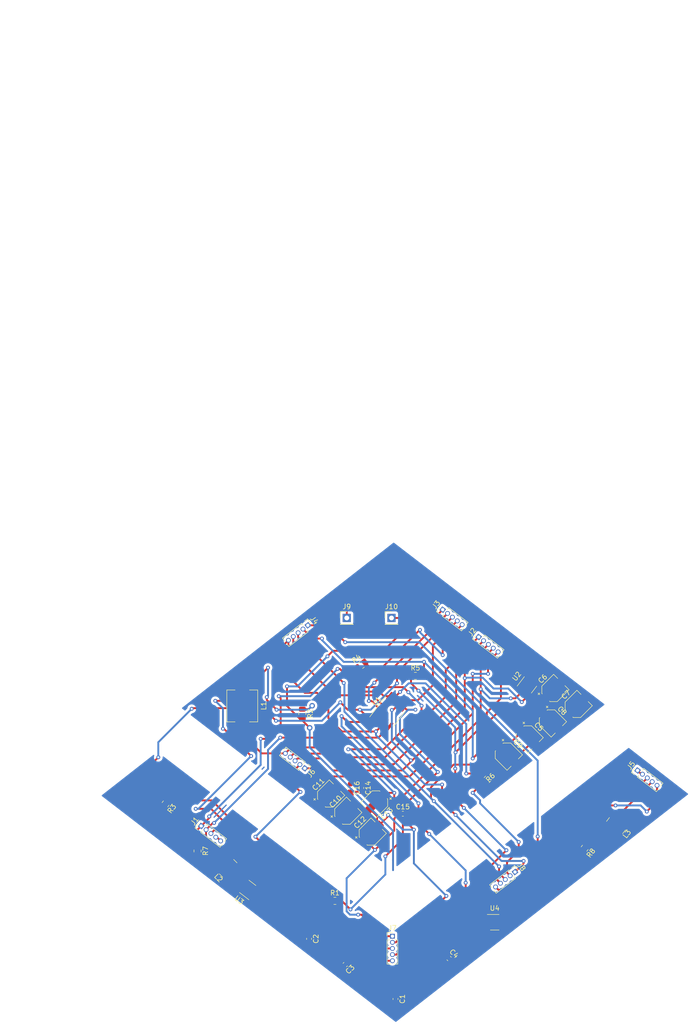
<source format=kicad_pcb>
(kicad_pcb (version 20171130) (host pcbnew 5.1.8-5.1.8)
  (layers (0 F.Cu signal) (31 B.Cu signal hide) (34 B.Paste user) (35 F.Paste user) (36 B.SilkS user) (37 F.SilkS user) (38 B.Mask user) (39 F.Mask user) (44 Edge.Cuts user))
  (net 0 "")
  (net 1 "Net-(J1-Pad1)")
  (net 2 "Net-(J1-Pad2)")
  (net 3 "Net-(J1-Pad3)")
  (net 4 "Net-(J1-Pad4)")
  (net 5 "Net-(J2-Pad5)")
  (net 6 "Net-(J2-Pad4)")
  (net 7 "Net-(J2-Pad3)")
  (net 8 "Net-(J2-Pad2)")
  (net 9 "Net-(J2-Pad1)")
  (net 10 "Net-(J3-Pad1)")
  (net 11 "Net-(J3-Pad2)")
  (net 12 "Net-(J3-Pad3)")
  (net 13 "Net-(J3-Pad5)")
  (net 14 "Net-(J4-Pad5)")
  (net 15 "Net-(J4-Pad4)")
  (net 16 "Net-(J4-Pad1)")
  (net 17 "Net-(J6-Pad2)")
  (net 18 "Net-(J7-Pad5)")
  (net 19 "Net-(J7-Pad3)")
  (net 20 "Net-(J8-Pad2)")
  (net 21 "Net-(J8-Pad4)")
  (net 22 "Net-(J5-Pad5)")
  (net 23 "Net-(J5-Pad4)")
  (net 24 "Net-(C1-Pad1)")
  (net 25 "Net-(C1-Pad2)")
  (net 26 "Net-(L2-Pad1)")
  (net 27 "Net-(L3-Pad2)")
  (net 28 "Net-(R7-Pad2)")
  (net 29 "Net-(R8-Pad2)")
  (net 30 "Net-(J5-Pad1)")
  (net 31 "Net-(C5-Pad1)")
  (net 32 "Net-(C5-Pad2)")
  (net 33 "Net-(C10-Pad1)")
  (net 34 "Net-(C10-Pad2)")
  (module Resistor_SMD:R_0805_2012Metric (layer F.Cu) (at 178.816 112.3715 270)
    (fp_text reference R2 (at 0 -1.65 90) (layer F.SilkS))
    (fp_text value R)
    (pad 2 smd roundrect (at 0.9125 0 270) (size 1.025 1.4) (layers F.Cu F.Paste F.Mask) (roundrect_rratio 0.2439014634146341) (net 10 "Net-(J3-Pad1)"))
    (pad 1 smd roundrect (at -0.9125 0 270) (size 1.025 1.4) (layers F.Cu F.Paste F.Mask) (roundrect_rratio 0.2439014634146341) (net 18 "Net-(J7-Pad5)"))
  )
  (module Resistor_SMD:R_0805_2012Metric (layer F.Cu) (at 185.5705 151.13)
    (fp_text reference R1 (at 0 -1.65) (layer F.SilkS))
    (fp_text value R)
    (pad 1 smd roundrect (at -0.9125 0) (size 1.025 1.4) (layers F.Cu F.Paste F.Mask) (roundrect_rratio 0.2439014634146341) (net 17 "Net-(J6-Pad2)"))
    (pad 2 smd roundrect (at 0.9125 0) (size 1.025 1.4) (layers F.Cu F.Paste F.Mask) (roundrect_rratio 0.2439014634146341) (net 6 "Net-(J2-Pad4)"))
  )
  (module Resistor_SMD:R_0805_2012Metric (layer F.Cu) (at 150.4715 131.064 232.5)
    (fp_text reference R3 (at 0 -1.65 52.5) (layer F.SilkS))
    (fp_text value R)
    (pad 1 smd roundrect (at -0.9125 0 232.5) (size 1.025 1.4) (layers F.Cu F.Paste F.Mask) (roundrect_rratio 0.2439014634146341) (net 19 "Net-(J7-Pad3)"))
    (pad 2 smd roundrect (at 0.9125 0 232.5) (size 1.025 1.4) (layers F.Cu F.Paste F.Mask) (roundrect_rratio 0.2439014634146341) (net 12 "Net-(J3-Pad3)"))
  )
  (module Resistor_SMD:R_0805_2012Metric (layer F.Cu) (at 191.033435 102.314505 37.5)
    (fp_text reference R4 (at 0 -1.65 37.5) (layer F.SilkS))
    (fp_text value R)
    (pad 2 smd roundrect (at 0.9125 0 37.5) (size 1.025 1.4) (layers F.Cu F.Paste F.Mask) (roundrect_rratio 0.2439014634146341) (net 13 "Net-(J3-Pad5)"))
    (pad 1 smd roundrect (at -0.9125 0 37.5) (size 1.025 1.4) (layers F.Cu F.Paste F.Mask) (roundrect_rratio 0.2439014634146341) (net 33 "Net-(C10-Pad1)"))
  )
  (module Package_SO:SOIC-8_3.9x4.9mm_P1.27mm (layer F.Cu) (at 196.9135 111.887 52.5)
    (fp_text reference U1 (at 0 -3.4 52.5) (layer F.SilkS))
    (fp_text value 25LCxxx)
    (pad 1 smd roundrect (at -2.475 -1.905 52.5) (size 1.95 0.6) (layers F.Cu F.Paste F.Mask) (net 12 "Net-(J3-Pad3)"))
    (pad 2 smd roundrect (at -2.475 -0.635 52.5) (size 1.95 0.6) (layers F.Cu F.Paste F.Mask) (net 11 "Net-(J3-Pad2)"))
    (pad 3 smd roundrect (at -2.475 0.635 52.5) (size 1.95 0.6) (layers F.Cu F.Paste F.Mask) (net 14 "Net-(J4-Pad5)"))
    (pad 4 smd roundrect (at -2.475 1.905 52.5) (size 1.95 0.6) (layers F.Cu F.Paste F.Mask) (net 2 "Net-(J1-Pad2)"))
    (pad 5 smd roundrect (at 2.475 1.905 52.5) (size 1.95 0.6) (layers F.Cu F.Paste F.Mask) (net 34 "Net-(C10-Pad2)"))
    (pad 6 smd roundrect (at 2.475 0.635 52.5) (size 1.95 0.6) (layers F.Cu F.Paste F.Mask) (net 7 "Net-(J2-Pad3)"))
    (pad 7 smd roundrect (at 2.475 -0.635 52.5) (size 1.95 0.6) (layers F.Cu F.Paste F.Mask) (net 15 "Net-(J4-Pad4)"))
    (pad 8 smd roundrect (at 2.475 -1.905 52.5) (size 1.95 0.6) (layers F.Cu F.Paste F.Mask) (net 1 "Net-(J1-Pad1)"))
  )
  (module Connector_PinHeader_1.27mm:PinHeader_1x05_P1.27mm_Vertical (layer F.Cu) (at 215.354094 96.52 52.5)
    (fp_text reference J2 (at 0 -1.695 52.5) (layer F.SilkS))
    (fp_text value Conn_01x05_Male)
    (pad 5 thru_hole oval (at 0 5.08 52.5) (size 1 1) (drill 0.65) (layers *.Cu *.Mask) (net 5 "Net-(J2-Pad5)"))
    (pad 4 thru_hole oval (at 0 3.81 52.5) (size 1 1) (drill 0.65) (layers *.Cu *.Mask) (net 6 "Net-(J2-Pad4)"))
    (pad 3 thru_hole oval (at 0 2.54 52.5) (size 1 1) (drill 0.65) (layers *.Cu *.Mask) (net 7 "Net-(J2-Pad3)"))
    (pad 2 thru_hole oval (at 0 1.27 52.5) (size 1 1) (drill 0.65) (layers *.Cu *.Mask) (net 8 "Net-(J2-Pad2)"))
    (pad 1 thru_hole rect (at 0 0 52.5) (size 1 1) (drill 0.65) (layers *.Cu *.Mask) (net 9 "Net-(J2-Pad1)"))
  )
  (module Connector_PinHeader_1.27mm:PinHeader_1x05_P1.27mm_Vertical (layer F.Cu) (at 207.899 90.8685 52.5)
    (fp_text reference J3 (at 0 -1.695 52.5) (layer F.SilkS))
    (fp_text value Conn_01x05_Male)
    (pad 1 thru_hole rect (at 0 0 52.5) (size 1 1) (drill 0.65) (layers *.Cu *.Mask) (net 10 "Net-(J3-Pad1)"))
    (pad 2 thru_hole oval (at 0 1.27 52.5) (size 1 1) (drill 0.65) (layers *.Cu *.Mask) (net 11 "Net-(J3-Pad2)"))
    (pad 3 thru_hole oval (at 0 2.54 52.5) (size 1 1) (drill 0.65) (layers *.Cu *.Mask) (net 12 "Net-(J3-Pad3)"))
    (pad 4 thru_hole oval (at 0 3.81 52.5) (size 1 1) (drill 0.65) (layers *.Cu *.Mask) (net 34 "Net-(C10-Pad2)"))
    (pad 5 thru_hole oval (at 0 5.08 52.5) (size 1 1) (drill 0.65) (layers *.Cu *.Mask) (net 13 "Net-(J3-Pad5)"))
  )
  (module Connector_PinHeader_1.27mm:PinHeader_1x05_P1.27mm_Vertical (layer F.Cu) (at 179.959 94.107 307.5)
    (fp_text reference J4 (at 0 -1.695 127.5) (layer F.SilkS))
    (fp_text value Conn_01x05_Male)
    (pad 5 thru_hole oval (at 0 5.08 307.5) (size 1 1) (drill 0.65) (layers *.Cu *.Mask) (net 14 "Net-(J4-Pad5)"))
    (pad 4 thru_hole oval (at 0 3.81 307.5) (size 1 1) (drill 0.65) (layers *.Cu *.Mask) (net 15 "Net-(J4-Pad4)"))
    (pad 3 thru_hole oval (at 0 2.54 307.5) (size 1 1) (drill 0.65) (layers *.Cu *.Mask) (net 32 "Net-(C5-Pad2)"))
    (pad 2 thru_hole oval (at 0 1.27 307.5) (size 1 1) (drill 0.65) (layers *.Cu *.Mask) (net 31 "Net-(C5-Pad1)"))
    (pad 1 thru_hole rect (at 0 0 307.5) (size 1 1) (drill 0.65) (layers *.Cu *.Mask) (net 16 "Net-(J4-Pad1)"))
  )
  (module Connector_PinHeader_1.27mm:PinHeader_1x05_P1.27mm_Vertical (layer F.Cu) (at 248.285 124.1425 52.5)
    (fp_text reference J5 (at 0 -1.695 52.5) (layer F.SilkS))
    (fp_text value Conn_01x05_Male)
    (pad 5 thru_hole oval (at 0 5.08 52.5) (size 1 1) (drill 0.65) (layers *.Cu *.Mask) (net 22 "Net-(J5-Pad5)"))
    (pad 4 thru_hole oval (at 0 3.81 52.5) (size 1 1) (drill 0.65) (layers *.Cu *.Mask) (net 23 "Net-(J5-Pad4)"))
    (pad 3 thru_hole oval (at 0 2.54 52.5) (size 1 1) (drill 0.65) (layers *.Cu *.Mask) (net 3 "Net-(J1-Pad3)"))
    (pad 2 thru_hole oval (at 0 1.27 52.5) (size 1 1) (drill 0.65) (layers *.Cu *.Mask) (net 30 "Net-(J5-Pad1)"))
    (pad 1 thru_hole rect (at 0 0 52.5) (size 1 1) (drill 0.65) (layers *.Cu *.Mask) (net 30 "Net-(J5-Pad1)"))
  )
  (module Connector_PinHeader_1.27mm:PinHeader_1x05_P1.27mm_Vertical (layer F.Cu) (at 179.324 123.698 232.5)
    (fp_text reference J6 (at 0 -1.695 52.5) (layer F.SilkS))
    (fp_text value Conn_01x05_Male)
    (pad 1 thru_hole rect (at 0 0 232.5) (size 1 1) (drill 0.65) (layers *.Cu *.Mask) (net 5 "Net-(J2-Pad5)"))
    (pad 2 thru_hole oval (at 0 1.27 232.5) (size 1 1) (drill 0.65) (layers *.Cu *.Mask) (net 17 "Net-(J6-Pad2)"))
    (pad 3 thru_hole oval (at 0 2.54 232.5) (size 1 1) (drill 0.65) (layers *.Cu *.Mask) (net 7 "Net-(J2-Pad3)"))
    (pad 4 thru_hole oval (at 0 3.81 232.5) (size 1 1) (drill 0.65) (layers *.Cu *.Mask) (net 8 "Net-(J2-Pad2)"))
    (pad 5 thru_hole oval (at 0 5.08 232.5) (size 1 1) (drill 0.65) (layers *.Cu *.Mask) (net 9 "Net-(J2-Pad1)"))
  )
  (module Connector_PinHeader_1.27mm:PinHeader_1x05_P1.27mm_Vertical (layer F.Cu) (at 197.485 158.4452)
    (fp_text reference J7 (at 0 -1.695) (layer F.SilkS))
    (fp_text value Conn_01x05_Male)
    (pad 5 thru_hole oval (at 0 5.08) (size 1 1) (drill 0.65) (layers *.Cu *.Mask) (net 18 "Net-(J7-Pad5)"))
    (pad 4 thru_hole oval (at 0 3.81) (size 1 1) (drill 0.65) (layers *.Cu *.Mask) (net 11 "Net-(J3-Pad2)"))
    (pad 3 thru_hole oval (at 0 2.54) (size 1 1) (drill 0.65) (layers *.Cu *.Mask) (net 19 "Net-(J7-Pad3)"))
    (pad 2 thru_hole oval (at 0 1.27) (size 1 1) (drill 0.65) (layers *.Cu *.Mask) (net 34 "Net-(C10-Pad2)"))
    (pad 1 thru_hole rect (at 0 0) (size 1 1) (drill 0.65) (layers *.Cu *.Mask) (net 33 "Net-(C10-Pad1)"))
  )
  (module Connector_PinHeader_1.27mm:PinHeader_1x05_P1.27mm_Vertical (layer F.Cu) (at 222.885 145.161 307.5)
    (fp_text reference J8 (at 0 -1.695 127.5) (layer F.SilkS))
    (fp_text value Conn_01x05_Male)
    (pad 1 thru_hole rect (at 0 0 307.5) (size 1 1) (drill 0.65) (layers *.Cu *.Mask) (net 14 "Net-(J4-Pad5)"))
    (pad 2 thru_hole oval (at 0 1.27 307.5) (size 1 1) (drill 0.65) (layers *.Cu *.Mask) (net 20 "Net-(J8-Pad2)"))
    (pad 3 thru_hole oval (at 0 2.54 307.5) (size 1 1) (drill 0.65) (layers *.Cu *.Mask) (net 32 "Net-(C5-Pad2)"))
    (pad 4 thru_hole oval (at 0 3.81 307.5) (size 1 1) (drill 0.65) (layers *.Cu *.Mask) (net 21 "Net-(J8-Pad4)"))
    (pad 5 thru_hole oval (at 0 5.08 307.5) (size 1 1) (drill 0.65) (layers *.Cu *.Mask) (net 16 "Net-(J4-Pad1)"))
  )
  (module Resistor_SMD:R_0805_2012Metric (layer F.Cu) (at 202.2475 104.5845)
    (fp_text reference R5 (at 0 -1.65) (layer F.SilkS))
    (fp_text value R)
    (pad 1 smd roundrect (at -0.9125 0) (size 1.025 1.4) (layers F.Cu F.Paste F.Mask) (roundrect_rratio 0.2439014634146341) (net 21 "Net-(J8-Pad4)"))
    (pad 2 smd roundrect (at 0.9125 0) (size 1.025 1.4) (layers F.Cu F.Paste F.Mask) (roundrect_rratio 0.2439014634146341) (net 31 "Net-(C5-Pad1)"))
  )
  (module Resistor_SMD:R_0805_2012Metric (layer F.Cu) (at 217.17 125.984 45)
    (fp_text reference R6 (at 0.6985 0.1905 45) (layer F.SilkS))
    (fp_text value R)
    (pad 2 smd roundrect (at 0.9125 0 45) (size 1.025 1.4) (layers F.Cu F.Paste F.Mask) (roundrect_rratio 0.2439014634146341) (net 15 "Net-(J4-Pad4)"))
    (pad 1 smd roundrect (at -0.9125 0 45) (size 1.025 1.4) (layers F.Cu F.Paste F.Mask) (roundrect_rratio 0.2439014634146341) (net 20 "Net-(J8-Pad2)"))
  )
  (module Connector_PinHeader_1.27mm:PinHeader_1x05_P1.27mm_Vertical (layer F.Cu) (at 157.861 135.636 52.5)
    (fp_text reference J1 (at 0 -1.695 52.5) (layer F.SilkS))
    (fp_text value Conn_01x05_Male)
    (pad 1 thru_hole rect (at 0 0 52.5) (size 1 1) (drill 0.65) (layers *.Cu *.Mask) (net 1 "Net-(J1-Pad1)"))
    (pad 2 thru_hole oval (at 0 1.27 52.5) (size 1 1) (drill 0.65) (layers *.Cu *.Mask) (net 2 "Net-(J1-Pad2)"))
    (pad 3 thru_hole oval (at 0 2.54 52.5) (size 1 1) (drill 0.65) (layers *.Cu *.Mask) (net 3 "Net-(J1-Pad3)"))
    (pad 4 thru_hole oval (at 0 3.81 52.5) (size 1 1) (drill 0.65) (layers *.Cu *.Mask) (net 4 "Net-(J1-Pad4)"))
    (pad 5 thru_hole oval (at 0 5.08 52.5) (size 1 1) (drill 0.65) (layers *.Cu *.Mask) (net 4 "Net-(J1-Pad4)"))
  )
  (module Connector_PinHeader_2.54mm:PinHeader_1x01_P2.54mm_Vertical (layer F.Cu) (at 188.0235 92.583)
    (fp_text reference J9 (at 0 -2.33) (layer F.SilkS))
    (fp_text value Conn_01x01_Male)
    (pad 1 thru_hole rect (at 0 0) (size 1.7 1.7) (drill 1) (layers *.Cu *.Mask))
  )
  (module Connector_PinHeader_2.54mm:PinHeader_1x01_P2.54mm_Vertical (layer F.Cu) (at 197.2945 92.583)
    (fp_text reference J10 (at 0 -2.33) (layer F.SilkS))
    (fp_text value Conn_01x01_Male)
    (pad 1 thru_hole rect (at 0 0) (size 1.7 1.7) (drill 1) (layers *.Cu *.Mask))
  )
  (module Inductor_SMD:L_6.3x6.3_H3 (layer F.Cu) (at 166.37 110.788 270)
    (fp_text reference L1 (at 0 -4.45 90) (layer F.SilkS))
    (fp_text value L)
    (pad 1 smd rect (at -2.75 0 270) (size 1.5 2.4) (layers F.Cu F.Paste F.Mask) (net 14 "Net-(J4-Pad5)"))
    (pad 2 smd rect (at 2.75 0 270) (size 1.5 2.4) (layers F.Cu F.Paste F.Mask) (net 9 "Net-(J2-Pad1)"))
  )
  (module Package_TO_SOT_SMD:SOT-23-5 (layer F.Cu) (at 225.552 106.426 52.5)
    (fp_text reference U2 (at 0 -2.9 52.5) (layer F.SilkS))
    (fp_text value MCP1415)
    (pad 1 smd rect (at -1.1 -0.95 52.5) (size 1.06 0.65) (layers F.Cu F.Paste F.Mask))
    (pad 2 smd rect (at -1.1 0 52.5) (size 1.06 0.65) (layers F.Cu F.Paste F.Mask) (net 6 "Net-(J2-Pad4)"))
    (pad 3 smd rect (at -1.1 0.95 52.5) (size 1.06 0.65) (layers F.Cu F.Paste F.Mask) (net 7 "Net-(J2-Pad3)"))
    (pad 4 smd rect (at 1.1 0.95 52.5) (size 1.06 0.65) (layers F.Cu F.Paste F.Mask) (net 31 "Net-(C5-Pad1)"))
    (pad 5 smd rect (at 1.1 -0.95 52.5) (size 1.06 0.65) (layers F.Cu F.Paste F.Mask) (net 21 "Net-(J8-Pad4)"))
  )
  (module Package_TO_SOT_SMD:SOT-23-5 (layer F.Cu) (at 167.489865 148.679823 142.5)
    (fp_text reference U3 (at 0 -2.9 142.5) (layer F.SilkS))
    (fp_text value MCP1415)
    (pad 1 smd rect (at -1.1 -0.95 142.5) (size 1.06 0.65) (layers F.Cu F.Paste F.Mask))
    (pad 2 smd rect (at -1.1 0 142.5) (size 1.06 0.65) (layers F.Cu F.Paste F.Mask) (net 24 "Net-(C1-Pad1)"))
    (pad 3 smd rect (at -1.1 0.95 142.5) (size 1.06 0.65) (layers F.Cu F.Paste F.Mask) (net 28 "Net-(R7-Pad2)"))
    (pad 4 smd rect (at 1.1 0.95 142.5) (size 1.06 0.65) (layers F.Cu F.Paste F.Mask) (net 26 "Net-(L2-Pad1)"))
    (pad 5 smd rect (at 1.1 -0.95 142.5) (size 1.06 0.65) (layers F.Cu F.Paste F.Mask) (net 25 "Net-(C1-Pad2)"))
  )
  (module Package_TO_SOT_SMD:SOT-23-5 (layer F.Cu) (at 218.684512 155.554452)
    (fp_text reference U4 (at 0 -2.9) (layer F.SilkS))
    (fp_text value MCP1415)
    (pad 5 smd rect (at 1.1 -0.95) (size 1.06 0.65) (layers F.Cu F.Paste F.Mask) (net 29 "Net-(R8-Pad2)"))
    (pad 4 smd rect (at 1.1 0.95) (size 1.06 0.65) (layers F.Cu F.Paste F.Mask) (net 27 "Net-(L3-Pad2)"))
    (pad 3 smd rect (at -1.1 0.95) (size 1.06 0.65) (layers F.Cu F.Paste F.Mask) (net 25 "Net-(C1-Pad2)"))
    (pad 2 smd rect (at -1.1 0) (size 1.06 0.65) (layers F.Cu F.Paste F.Mask) (net 24 "Net-(C1-Pad1)"))
    (pad 1 smd rect (at -1.1 -0.95) (size 1.06 0.65) (layers F.Cu F.Paste F.Mask))
  )
  (module Capacitor_SMD:C_0603_1608Metric (layer F.Cu) (at 198.12 171.437 270)
    (fp_text reference C1 (at 0 -1.43 90) (layer F.SilkS))
    (fp_text value C)
    (pad 1 smd roundrect (at -0.775 0 270) (size 0.9 0.95) (layers F.Cu F.Paste F.Mask) (net 24 "Net-(C1-Pad1)"))
    (pad 2 smd roundrect (at 0.775 0 270) (size 0.9 0.95) (layers F.Cu F.Paste F.Mask) (net 25 "Net-(C1-Pad2)"))
  )
  (module Inductor_SMD:L_Wuerth_MAPI-4020 (layer F.Cu) (at 163.449 144.399 135)
    (fp_text reference L2 (at 0 -2.85 135) (layer F.SilkS))
    (fp_text value L)
    (pad 1 smd rect (at -1.185 0 135) (size 0.98 3.7) (layers F.Cu F.Paste F.Mask) (net 26 "Net-(L2-Pad1)"))
    (pad 2 smd rect (at 1.185 0 135) (size 0.98 3.7) (layers F.Cu F.Paste F.Mask) (net 2 "Net-(J1-Pad2)"))
  )
  (module Inductor_SMD:L_Wuerth_MAPI-4020 (layer F.Cu) (at 243.817118 135.560124 232.5)
    (fp_text reference L3 (at 0 -2.85 52.5) (layer F.SilkS))
    (fp_text value L)
    (pad 2 smd rect (at 1.185 0 232.5) (size 0.98 3.7) (layers F.Cu F.Paste F.Mask) (net 27 "Net-(L3-Pad2)"))
    (pad 1 smd rect (at -1.185 0 232.5) (size 0.98 3.7) (layers F.Cu F.Paste F.Mask) (net 23 "Net-(J5-Pad4)"))
  )
  (module Resistor_SMD:R_0805_2012Metric (layer F.Cu) (at 157.099 140.803 270)
    (fp_text reference R7 (at 0 -1.65 90) (layer F.SilkS))
    (fp_text value R)
    (pad 2 smd roundrect (at 0.9125 0 270) (size 1.025 1.4) (layers F.Cu F.Paste F.Mask) (roundrect_rratio 0.2439014634146341) (net 28 "Net-(R7-Pad2)"))
    (pad 1 smd roundrect (at -0.9125 0 270) (size 1.025 1.4) (layers F.Cu F.Paste F.Mask) (roundrect_rratio 0.2439014634146341) (net 1 "Net-(J1-Pad1)"))
  )
  (module Resistor_SMD:R_0805_2012Metric (layer F.Cu) (at 237.315505 140.233435 232.5)
    (fp_text reference R8 (at 0 -1.65 52.5) (layer F.SilkS))
    (fp_text value R)
    (pad 1 smd roundrect (at -0.9125 0 232.5) (size 1.025 1.4) (layers F.Cu F.Paste F.Mask) (roundrect_rratio 0.2439014634146341) (net 22 "Net-(J5-Pad5)"))
    (pad 2 smd roundrect (at 0.9125 0 232.5) (size 1.025 1.4) (layers F.Cu F.Paste F.Mask) (roundrect_rratio 0.2439014634146341) (net 29 "Net-(R8-Pad2)"))
  )
  (module Capacitor_SMD:C_0603_1608Metric (layer F.Cu) (at 180.213 158.991 270)
    (fp_text reference C2 (at 0 -1.43 90) (layer F.SilkS))
    (fp_text value C)
    (pad 1 smd roundrect (at -0.775 0 270) (size 0.9 0.95) (layers F.Cu F.Paste F.Mask) (net 24 "Net-(C1-Pad1)"))
    (pad 2 smd roundrect (at 0.775 0 270) (size 0.9 0.95) (layers F.Cu F.Paste F.Mask) (net 25 "Net-(C1-Pad2)"))
  )
  (module Capacitor_SMD:C_0603_1608Metric (layer F.Cu) (at 187.706 164.325 225)
    (fp_text reference C3 (at 0 -1.43 45) (layer F.SilkS))
    (fp_text value C)
    (pad 2 smd roundrect (at 0.775 0 225) (size 0.9 0.95) (layers F.Cu F.Paste F.Mask) (net 25 "Net-(C1-Pad2)"))
    (pad 1 smd roundrect (at -0.775 0 225) (size 0.9 0.95) (layers F.Cu F.Paste F.Mask) (net 24 "Net-(C1-Pad1)"))
  )
  (module Capacitor_SMD:C_0603_1608Metric (layer F.Cu) (at 209.2325 163.068 315)
    (fp_text reference C4 (at 0 -1.43 135) (layer F.SilkS))
    (fp_text value C)
    (pad 1 smd roundrect (at -0.775 0 315) (size 0.9 0.95) (layers F.Cu F.Paste F.Mask) (net 24 "Net-(C1-Pad1)"))
    (pad 2 smd roundrect (at 0.775 0 315) (size 0.9 0.95) (layers F.Cu F.Paste F.Mask) (net 25 "Net-(C1-Pad2)"))
  )
  (module Capacitor_SMD:C_0603_1608Metric (layer F.Cu) (at 191.008 127.762 270)
    (fp_text reference C14 (at 0 -1.43 90) (layer F.SilkS))
    (fp_text value C)
    (pad 1 smd roundrect (at -0.775 0 270) (size 0.9 0.95) (layers F.Cu F.Paste F.Mask) (net 33 "Net-(C10-Pad1)"))
    (pad 2 smd roundrect (at 0.775 0 270) (size 0.9 0.95) (layers F.Cu F.Paste F.Mask) (net 34 "Net-(C10-Pad2)"))
  )
  (module Capacitor_SMD:C_0603_1608Metric (layer F.Cu) (at 199.644 133.096)
    (fp_text reference C15 (at 0 -1.43) (layer F.SilkS))
    (fp_text value C)
    (pad 2 smd roundrect (at 0.775 0) (size 0.9 0.95) (layers F.Cu F.Paste F.Mask) (net 34 "Net-(C10-Pad2)"))
    (pad 1 smd roundrect (at -0.775 0) (size 0.9 0.95) (layers F.Cu F.Paste F.Mask) (net 33 "Net-(C10-Pad1)"))
  )
  (module Capacitor_SMD:C_0603_1608Metric (layer F.Cu) (at 188.722 127.762 270)
    (fp_text reference C16 (at 0 -1.43 90) (layer F.SilkS))
    (fp_text value C)
    (pad 1 smd roundrect (at -0.775 0 270) (size 0.9 0.95) (layers F.Cu F.Paste F.Mask) (net 33 "Net-(C10-Pad1)"))
    (pad 2 smd roundrect (at 0.775 0 270) (size 0.9 0.95) (layers F.Cu F.Paste F.Mask) (net 34 "Net-(C10-Pad2)"))
  )
  (module Capacitor_SMD:CP_Elec_4x3 (layer F.Cu) (at 225.552 117.348 315)
    (fp_text reference C5 (at 0 -3.2 135) (layer F.SilkS))
    (fp_text value C)
    (pad 1 smd roundrect (at -1.8 0 315) (size 2.6 1.6) (layers F.Cu F.Paste F.Mask) (roundrect_rratio 0.15625) (net 31 "Net-(C5-Pad1)"))
    (pad 2 smd roundrect (at 1.8 0 315) (size 2.6 1.6) (layers F.Cu F.Paste F.Mask) (roundrect_rratio 0.15625) (net 32 "Net-(C5-Pad2)"))
  )
  (module Capacitor_SMD:CP_Elec_4x3 (layer F.Cu) (at 230.886 107.442 45)
    (fp_text reference C6 (at 0 -3.2 45) (layer F.SilkS))
    (fp_text value C)
    (pad 1 smd roundrect (at -1.8 0 45) (size 2.6 1.6) (layers F.Cu F.Paste F.Mask) (roundrect_rratio 0.15625) (net 31 "Net-(C5-Pad1)"))
    (pad 2 smd roundrect (at 1.8 0 45) (size 2.6 1.6) (layers F.Cu F.Paste F.Mask) (roundrect_rratio 0.15625) (net 32 "Net-(C5-Pad2)"))
  )
  (module Capacitor_SMD:CP_Elec_4x3 (layer F.Cu) (at 235.712 110.744 45)
    (fp_text reference C7 (at 0 -3.2 45) (layer F.SilkS))
    (fp_text value C)
    (pad 2 smd roundrect (at 1.8 0 45) (size 2.6 1.6) (layers F.Cu F.Paste F.Mask) (roundrect_rratio 0.15625) (net 32 "Net-(C5-Pad2)"))
    (pad 1 smd roundrect (at -1.8 0 45) (size 2.6 1.6) (layers F.Cu F.Paste F.Mask) (roundrect_rratio 0.15625) (net 31 "Net-(C5-Pad1)"))
  )
  (module Capacitor_SMD:CP_Elec_4x3 (layer F.Cu) (at 230.378 114.046 315)
    (fp_text reference C8 (at 0 -3.2 135) (layer F.SilkS))
    (fp_text value C)
    (pad 1 smd roundrect (at -1.8 0 315) (size 2.6 1.6) (layers F.Cu F.Paste F.Mask) (roundrect_rratio 0.15625) (net 31 "Net-(C5-Pad1)"))
    (pad 2 smd roundrect (at 1.8 0 315) (size 2.6 1.6) (layers F.Cu F.Paste F.Mask) (roundrect_rratio 0.15625) (net 32 "Net-(C5-Pad2)"))
  )
  (module Capacitor_SMD:CP_Elec_4x3 (layer F.Cu) (at 221.234 120.904 315)
    (fp_text reference C9 (at 0 -3.2 135) (layer F.SilkS))
    (fp_text value C)
    (pad 2 smd roundrect (at 1.8 0 315) (size 2.6 1.6) (layers F.Cu F.Paste F.Mask) (roundrect_rratio 0.15625) (net 32 "Net-(C5-Pad2)"))
    (pad 1 smd roundrect (at -1.8 0 315) (size 2.6 1.6) (layers F.Cu F.Paste F.Mask) (roundrect_rratio 0.15625) (net 31 "Net-(C5-Pad1)"))
  )
  (module Capacitor_SMD:CP_Elec_4x3 (layer F.Cu) (at 187.96 132.842 45)
    (fp_text reference C10 (at 0 -3.2 45) (layer F.SilkS))
    (fp_text value C)
    (pad 1 smd roundrect (at -1.8 0 45) (size 2.6 1.6) (layers F.Cu F.Paste F.Mask) (roundrect_rratio 0.15625) (net 33 "Net-(C10-Pad1)"))
    (pad 2 smd roundrect (at 1.8 0 45) (size 2.6 1.6) (layers F.Cu F.Paste F.Mask) (roundrect_rratio 0.15625) (net 34 "Net-(C10-Pad2)"))
  )
  (module Capacitor_SMD:CP_Elec_4x3 (layer F.Cu) (at 184.404 129.286 45)
    (fp_text reference C11 (at 0 -3.2 45) (layer F.SilkS))
    (fp_text value C)
    (pad 2 smd roundrect (at 1.8 0 45) (size 2.6 1.6) (layers F.Cu F.Paste F.Mask) (roundrect_rratio 0.15625) (net 34 "Net-(C10-Pad2)"))
    (pad 1 smd roundrect (at -1.8 0 45) (size 2.6 1.6) (layers F.Cu F.Paste F.Mask) (roundrect_rratio 0.15625) (net 33 "Net-(C10-Pad1)"))
  )
  (module Capacitor_SMD:CP_Elec_4x3 (layer F.Cu) (at 193.04 137.16 45)
    (fp_text reference C12 (at 0 -3.2 45) (layer F.SilkS))
    (fp_text value C)
    (pad 1 smd roundrect (at -1.8 0 45) (size 2.6 1.6) (layers F.Cu F.Paste F.Mask) (roundrect_rratio 0.15625) (net 33 "Net-(C10-Pad1)"))
    (pad 2 smd roundrect (at 1.8 0 45) (size 2.6 1.6) (layers F.Cu F.Paste F.Mask) (roundrect_rratio 0.15625) (net 34 "Net-(C10-Pad2)"))
  )
  (module Capacitor_SMD:CP_Elec_4x3 (layer F.Cu) (at 194.056 130.81 225)
    (fp_text reference C13 (at 0 -3.2 45) (layer F.SilkS))
    (fp_text value C)
    (pad 2 smd roundrect (at 1.8 0 225) (size 2.6 1.6) (layers F.Cu F.Paste F.Mask) (roundrect_rratio 0.15625) (net 34 "Net-(C10-Pad2)"))
    (pad 1 smd roundrect (at -1.8 0 225) (size 2.6 1.6) (layers F.Cu F.Paste F.Mask) (roundrect_rratio 0.15625) (net 33 "Net-(C10-Pad1)"))
  )
  (segment (start 188.0235 92.583) (end 188.0235 88.8365) (width 0.386486) (layer F.Cu) (net 0))
  (segment (start 197.866 78.994) (end 199.517 80.645) (width 0.386486) (layer F.Cu) (net 0))
  (segment (start 192.786 90.424) (end 201.041 82.169) (width 0.386486) (layer F.Cu) (net 0))
  (segment (start 201.041 82.169) (end 202.692 83.82) (width 0.386486) (layer F.Cu) (net 0))
  (segment (start 199.517 80.645) (end 191.262 88.9) (width 0.386486) (layer F.Cu) (net 0))
  (segment (start 191.262 88.9) (end 192.786 90.424) (width 0.386486) (layer F.Cu) (net 0))
  (segment (start 199.517 90.297) (end 204.597 85.217) (width 0.386486) (layer F.Cu) (net 0))
  (segment (start 202.692 83.82) (end 197.866 88.646) (width 0.386486) (layer F.Cu) (net 0))
  (segment (start 188.0235 88.8365) (end 197.866 78.994) (width 0.386486) (layer F.Cu) (net 0))
  (segment (start 197.866 88.646) (end 199.517 90.297) (width 0.386486) (layer F.Cu) (net 0))
  (segment (start 204.597 85.217) (end 206.375 86.995) (width 0.386486) (layer F.Cu) (net 0))
  (segment (start 197.2945 92.583) (end 199.517 92.583) (width 0.386486) (layer F.Cu) (net 0))
  (segment (start 200.914 91.186) (end 202.184 91.186) (width 0.386486) (layer F.Cu) (net 0))
  (segment (start 199.517 92.583) (end 200.914 91.186) (width 0.386486) (layer F.Cu) (net 0))
  (segment (start 206.375 86.995) (end 202.184 91.186) (width 0.386486) (layer F.Cu) (net 0))
  (segment (start 195.69526 108.76376) (end 194.818 107.8865) (width 0.386486) (layer F.Cu) (net 1))
  (segment (start 196.908846 108.76376) (end 195.69526 108.76376) (width 0.386486) (layer F.Cu) (net 1))
  (segment (start 157.099 136.398) (end 157.099 139.8905) (width 0.386486) (layer F.Cu) (net 1))
  (segment (start 157.861 135.636) (end 157.099 136.398) (width 0.386486) (layer F.Cu) (net 1))
  (segment (start 157.861 135.636) (end 159.766 133.731) (width 0.386486) (layer F.Cu) (net 1))
  (via (at 159.512 133.6675) (size 0.8) (drill 0.4) (layers F.Cu B.Cu) (net 1))
  (segment (start 159.5755 133.731) (end 159.512 133.6675) (width 0.386486) (layer F.Cu) (net 1))
  (segment (start 159.766 133.731) (end 159.5755 133.731) (width 0.386486) (layer F.Cu) (net 1))
  (via (at 173.9265 108.7755) (size 0.8) (drill 0.4) (layers F.Cu B.Cu) (net 1))
  (segment (start 180.467 108.7755) (end 186.1185 103.124) (width 0.386486) (layer B.Cu) (net 1))
  (via (at 186.1185 103.124) (size 0.8) (drill 0.4) (layers F.Cu B.Cu) (net 1))
  (segment (start 173.9265 108.7755) (end 180.467 108.7755) (width 0.386486) (layer B.Cu) (net 1))
  (segment (start 194.7545 107.823) (end 194.818 107.8865) (width 0.386486) (layer F.Cu) (net 1))
  (segment (start 191.293004 107.823) (end 194.7545 107.823) (width 0.386486) (layer F.Cu) (net 1))
  (segment (start 186.594004 103.124) (end 191.293004 107.823) (width 0.386486) (layer F.Cu) (net 1))
  (segment (start 186.1185 103.124) (end 186.594004 103.124) (width 0.386486) (layer F.Cu) (net 1))
  (via (at 170.18 117.602) (size 0.8) (drill 0.4) (layers F.Cu B.Cu) (net 1))
  (segment (start 171.253685 117.602) (end 170.18 117.602) (width 0.386486) (layer F.Cu) (net 1))
  (segment (start 174.326499 109.175499) (end 174.326499 114.529186) (width 0.386486) (layer F.Cu) (net 1))
  (segment (start 173.9265 108.7755) (end 174.326499 109.175499) (width 0.386486) (layer F.Cu) (net 1))
  (segment (start 174.326499 114.529186) (end 171.253685 117.602) (width 0.386486) (layer F.Cu) (net 1))
  (segment (start 159.512 133.6675) (end 170.18 122.9995) (width 0.386486) (layer B.Cu) (net 1))
  (segment (start 170.18 122.9995) (end 170.18 117.602) (width 0.386486) (layer B.Cu) (net 1))
  (segment (start 158.868559 139.818559) (end 162.611078 143.561078) (width 0.386486) (layer F.Cu) (net 2))
  (segment (start 158.868559 136.409127) (end 158.868559 139.818559) (width 0.386486) (layer F.Cu) (net 2))
  (via (at 160.528 135.001) (size 0.8) (drill 0.4) (layers F.Cu B.Cu) (net 2))
  (segment (start 160.276686 135.001) (end 158.868559 136.409127) (width 0.386486) (layer F.Cu) (net 2))
  (segment (start 160.528 135.001) (end 160.276686 135.001) (width 0.386486) (layer F.Cu) (net 2))
  (segment (start 196.918154 115.01024) (end 194.580394 117.348) (width 0.386486) (layer F.Cu) (net 2))
  (segment (start 194.580394 117.348) (end 174.244 117.348) (width 0.386486) (layer F.Cu) (net 2))
  (via (at 174.244 117.348) (size 0.8) (drill 0.4) (layers F.Cu B.Cu) (net 2))
  (segment (start 171.704 119.888) (end 174.244 117.348) (width 0.386486) (layer B.Cu) (net 2))
  (segment (start 171.704 123.825) (end 171.704 119.888) (width 0.386486) (layer B.Cu) (net 2))
  (segment (start 160.528 135.001) (end 171.704 123.825) (width 0.386486) (layer B.Cu) (net 2))
  (segment (start 248.163371 127.8255) (end 250.300117 125.688754) (width 0.386486) (layer F.Cu) (net 3))
  (segment (start 160.787371 136.271) (end 162.052 136.271) (width 0.386486) (layer F.Cu) (net 3))
  (segment (start 162.052 136.271) (end 164.084 138.303) (width 0.386486) (layer F.Cu) (net 3))
  (segment (start 164.084 139.3825) (end 181.229 156.5275) (width 0.386486) (layer F.Cu) (net 3))
  (segment (start 181.229 156.5275) (end 184.0865 156.5275) (width 0.386486) (layer F.Cu) (net 3))
  (segment (start 159.876117 137.182254) (end 160.787371 136.271) (width 0.386486) (layer F.Cu) (net 3))
  (segment (start 184.0865 156.5275) (end 193.675 166.116) (width 0.386486) (layer F.Cu) (net 3))
  (segment (start 241.681 127.8255) (end 248.163371 127.8255) (width 0.386486) (layer F.Cu) (net 3))
  (segment (start 164.084 138.303) (end 164.084 139.3825) (width 0.386486) (layer F.Cu) (net 3))
  (segment (start 193.675 166.116) (end 199.517 166.116) (width 0.386486) (layer F.Cu) (net 3))
  (segment (start 214.757 150.876) (end 222.4405 150.876) (width 0.386486) (layer F.Cu) (net 3))
  (segment (start 222.4405 150.876) (end 232.7275 140.589) (width 0.386486) (layer F.Cu) (net 3))
  (segment (start 232.7275 140.589) (end 232.7275 136.779) (width 0.386486) (layer F.Cu) (net 3))
  (segment (start 199.517 166.116) (end 214.757 150.876) (width 0.386486) (layer F.Cu) (net 3))
  (segment (start 232.7275 136.779) (end 241.681 127.8255) (width 0.386486) (layer F.Cu) (net 3))
  (segment (start 161.118108 137.955381) (end 161.891235 138.728508) (width 0.386486) (layer F.Cu) (net 4))
  (segment (start 160.883676 137.955381) (end 161.118108 137.955381) (width 0.386486) (layer F.Cu) (net 4))
  (via (at 214.122 104.14) (size 0.8) (drill 0.4) (layers F.Cu B.Cu) (net 5))
  (via (at 217.297 104.14) (size 0.8) (drill 0.4) (layers F.Cu B.Cu) (net 5))
  (segment (start 214.122 104.14) (end 217.297 104.14) (width 0.386486) (layer B.Cu) (net 5))
  (segment (start 217.297 101.699837) (end 219.384329 99.612508) (width 0.386486) (layer F.Cu) (net 5))
  (segment (start 217.297 104.14) (end 217.297 101.699837) (width 0.386486) (layer F.Cu) (net 5))
  (segment (start 214.122 112.3315) (end 214.122 104.14) (width 0.386486) (layer F.Cu) (net 5))
  (segment (start 179.324 123.698) (end 179.07 123.952) (width 0.386486) (layer F.Cu) (net 5))
  (segment (start 179.324 123.698) (end 181.864 123.698) (width 0.386486) (layer F.Cu) (net 5))
  (segment (start 183.54675 125.38075) (end 201.07275 125.38075) (width 0.386486) (layer F.Cu) (net 5))
  (segment (start 181.864 123.698) (end 183.54675 125.38075) (width 0.386486) (layer F.Cu) (net 5))
  (segment (start 201.07275 125.38075) (end 214.122 112.3315) (width 0.386486) (layer F.Cu) (net 5))
  (via (at 196.0245 141.9225) (size 0.8) (drill 0.4) (layers F.Cu B.Cu) (net 6))
  (via (at 188.7855 152.908) (size 0.8) (drill 0.4) (layers F.Cu B.Cu) (net 6))
  (segment (start 196.0245 145.669) (end 188.7855 152.908) (width 0.386486) (layer B.Cu) (net 6))
  (segment (start 196.0245 141.9225) (end 196.0245 145.669) (width 0.386486) (layer B.Cu) (net 6))
  (segment (start 218.37677 98.839381) (end 215.773 101.443151) (width 0.386486) (layer F.Cu) (net 6))
  (via (at 221.996 109.22) (size 0.8) (drill 0.4) (layers F.Cu B.Cu) (net 6))
  (segment (start 222.961051 109.22) (end 221.996 109.22) (width 0.386486) (layer F.Cu) (net 6))
  (segment (start 224.882362 107.298689) (end 222.961051 109.22) (width 0.386486) (layer F.Cu) (net 6))
  (via (at 215.773 107.315) (size 0.8) (drill 0.4) (layers F.Cu B.Cu) (net 6))
  (segment (start 217.678 109.22) (end 215.773 107.315) (width 0.386486) (layer B.Cu) (net 6))
  (segment (start 221.996 109.22) (end 217.678 109.22) (width 0.386486) (layer B.Cu) (net 6))
  (segment (start 215.773 101.443151) (end 215.773 107.315) (width 0.386486) (layer F.Cu) (net 6))
  (segment (start 187.0075 151.13) (end 188.7855 152.908) (width 0.386486) (layer F.Cu) (net 6))
  (segment (start 186.483 151.13) (end 187.0075 151.13) (width 0.386486) (layer F.Cu) (net 6))
  (segment (start 199.644 138.303) (end 196.0245 141.9225) (width 0.386486) (layer F.Cu) (net 6))
  (segment (start 199.644 129.4765) (end 199.644 138.303) (width 0.386486) (layer F.Cu) (net 6))
  (segment (start 215.773 113.3475) (end 199.644 129.4765) (width 0.386486) (layer F.Cu) (net 6))
  (segment (start 215.773 107.315) (end 215.773 113.3475) (width 0.386486) (layer F.Cu) (net 6))
  (segment (start 217.369211 98.066254) (end 212.471 102.964465) (width 0.386486) (layer F.Cu) (net 7))
  (segment (start 212.471 111.1885) (end 201.422 122.2375) (width 0.386486) (layer F.Cu) (net 7))
  (via (at 201.295 122.047) (size 0.8) (drill 0.4) (layers F.Cu B.Cu) (net 7))
  (segment (start 201.422 122.174) (end 201.295 122.047) (width 0.386486) (layer F.Cu) (net 7))
  (segment (start 201.422 122.2375) (end 201.422 122.174) (width 0.386486) (layer F.Cu) (net 7))
  (via (at 197.358 111.633) (size 0.8) (drill 0.4) (layers F.Cu B.Cu) (net 7))
  (segment (start 197.358 118.11) (end 197.358 111.633) (width 0.386486) (layer B.Cu) (net 7))
  (segment (start 201.295 122.047) (end 197.358 118.11) (width 0.386486) (layer B.Cu) (net 7))
  (segment (start 197.600978 111.633) (end 198.923964 110.310014) (width 0.386486) (layer F.Cu) (net 7))
  (segment (start 197.358 111.633) (end 197.600978 111.633) (width 0.386486) (layer F.Cu) (net 7))
  (via (at 224.282 109.982) (size 0.8) (drill 0.4) (layers F.Cu B.Cu) (net 7))
  (segment (start 225.636048 108.627952) (end 224.282 109.982) (width 0.386486) (layer F.Cu) (net 7))
  (segment (start 225.636048 107.877012) (end 225.636048 108.627952) (width 0.386486) (layer F.Cu) (net 7))
  (via (at 212.471 105.029) (size 0.8) (drill 0.4) (layers F.Cu B.Cu) (net 7))
  (segment (start 212.471 105.029) (end 212.471 111.1885) (width 0.386486) (layer F.Cu) (net 7))
  (segment (start 212.471 102.964465) (end 212.471 105.029) (width 0.386486) (layer F.Cu) (net 7))
  (segment (start 212.566756 104.933244) (end 212.471 105.029) (width 0.386486) (layer B.Cu) (net 7))
  (segment (start 216.185244 104.933244) (end 212.566756 104.933244) (width 0.386486) (layer B.Cu) (net 7))
  (segment (start 218.44 107.188) (end 216.185244 104.933244) (width 0.386486) (layer B.Cu) (net 7))
  (segment (start 221.488 107.188) (end 218.44 107.188) (width 0.386486) (layer B.Cu) (net 7))
  (segment (start 224.282 109.982) (end 221.488 107.188) (width 0.386486) (layer B.Cu) (net 7))
  (segment (start 201.422 122.2375) (end 199.517 124.1425) (width 0.386486) (layer F.Cu) (net 7))
  (segment (start 182.611747 121.651747) (end 185.1025 124.1425) (width 0.386486) (layer F.Cu) (net 7))
  (segment (start 177.808882 121.651747) (end 182.611747 121.651747) (width 0.386486) (layer F.Cu) (net 7))
  (segment (start 177.308883 122.151746) (end 177.808882 121.651747) (width 0.386486) (layer F.Cu) (net 7))
  (segment (start 199.517 124.1425) (end 185.1025 124.1425) (width 0.386486) (layer F.Cu) (net 7))
  (segment (start 210.693 102.96178) (end 216.361653 97.293127) (width 0.386486) (layer F.Cu) (net 8))
  (segment (start 210.693 109.9185) (end 210.693 102.96178) (width 0.386486) (layer F.Cu) (net 8))
  (segment (start 197.739 122.8725) (end 210.693 109.9185) (width 0.386486) (layer F.Cu) (net 8))
  (segment (start 176.301324 121.378619) (end 177.029943 120.65) (width 0.386486) (layer F.Cu) (net 8))
  (segment (start 184.531 120.65) (end 186.7535 122.8725) (width 0.386486) (layer F.Cu) (net 8))
  (segment (start 177.029943 120.65) (end 184.531 120.65) (width 0.386486) (layer F.Cu) (net 8))
  (segment (start 186.7535 122.8725) (end 197.739 122.8725) (width 0.386486) (layer F.Cu) (net 8))
  (segment (start 208.534 108.839) (end 195.961 121.412) (width 0.386486) (layer F.Cu) (net 9))
  (segment (start 208.534 103.340094) (end 208.534 108.839) (width 0.386486) (layer F.Cu) (net 9))
  (segment (start 215.354094 96.52) (end 208.534 103.340094) (width 0.386486) (layer F.Cu) (net 9))
  (segment (start 166.37 116.586) (end 168.402 118.618) (width 0.386486) (layer F.Cu) (net 9))
  (segment (start 166.37 113.538) (end 166.37 116.586) (width 0.386486) (layer F.Cu) (net 9))
  (segment (start 175.293765 120.605492) (end 170.389492 120.605492) (width 0.386486) (layer F.Cu) (net 9))
  (segment (start 170.389492 120.605492) (end 169.164 119.38) (width 0.386486) (layer F.Cu) (net 9))
  (segment (start 168.402 118.618) (end 169.164 119.38) (width 0.386486) (layer F.Cu) (net 9))
  (segment (start 175.293765 120.605492) (end 176.519257 119.38) (width 0.386486) (layer F.Cu) (net 9))
  (segment (start 185.42 119.38) (end 187.452 121.412) (width 0.386486) (layer F.Cu) (net 9))
  (segment (start 176.519257 119.38) (end 185.42 119.38) (width 0.386486) (layer F.Cu) (net 9))
  (segment (start 195.961 121.412) (end 187.452 121.412) (width 0.386486) (layer F.Cu) (net 9))
  (via (at 180.34 115.316) (size 1.143) (drill 0.635) (layers F.Cu B.Cu) (net 10))
  (segment (start 178.816 113.792) (end 180.34 115.316) (width 0.386486) (layer F.Cu) (net 10))
  (segment (start 178.816 113.284) (end 178.816 113.792) (width 0.386486) (layer F.Cu) (net 10))
  (segment (start 197.612 144.78) (end 197.612 142.6845) (width 0.386486) (layer B.Cu) (net 10))
  (segment (start 180.34 115.316) (end 180.34 119.38) (width 0.386486) (layer B.Cu) (net 10))
  (segment (start 180.34 119.38) (end 197.612 136.652) (width 0.386486) (layer B.Cu) (net 10))
  (segment (start 197.612 136.652) (end 197.612 142.6845) (width 0.386486) (layer B.Cu) (net 10))
  (via (at 184.023 100.5205) (size 0.8) (drill 0.4) (layers F.Cu B.Cu) (net 10))
  (via (at 175.641 106.7435) (size 0.8) (drill 0.4) (layers F.Cu B.Cu) (net 10))
  (segment (start 178.816 113.284) (end 178.116 113.284) (width 0.386486) (layer F.Cu) (net 10))
  (segment (start 178.116 113.284) (end 175.641 110.809) (width 0.386486) (layer F.Cu) (net 10))
  (segment (start 175.641 110.809) (end 175.641 106.7435) (width 0.386486) (layer F.Cu) (net 10))
  (segment (start 184.023 100.5205) (end 177.8 106.7435) (width 0.386486) (layer B.Cu) (net 10))
  (segment (start 177.8 106.7435) (end 175.641 106.7435) (width 0.386486) (layer B.Cu) (net 10))
  (segment (start 195.6435 99.3775) (end 185.166 99.3775) (width 0.386486) (layer F.Cu) (net 10))
  (segment (start 201.8665 93.1545) (end 195.6435 99.3775) (width 0.386486) (layer F.Cu) (net 10))
  (segment (start 185.166 99.3775) (end 184.023 100.5205) (width 0.386486) (layer F.Cu) (net 10))
  (segment (start 205.613 93.1545) (end 201.8665 93.1545) (width 0.386486) (layer F.Cu) (net 10))
  (segment (start 207.899 90.8685) (end 205.613 93.1545) (width 0.386486) (layer F.Cu) (net 10))
  (via (at 193.7385 105.9815) (size 0.8) (drill 0.4) (layers F.Cu B.Cu) (net 11))
  (segment (start 194.903036 113.463986) (end 195.707 112.660022) (width 0.386486) (layer F.Cu) (net 11))
  (via (at 192.5955 109.760247) (size 0.8) (drill 0.4) (layers F.Cu B.Cu) (net 11))
  (segment (start 195.707 112.306062) (end 193.161185 109.760247) (width 0.386486) (layer F.Cu) (net 11))
  (segment (start 193.161185 109.760247) (end 192.5955 109.760247) (width 0.386486) (layer F.Cu) (net 11))
  (segment (start 193.7385 105.9815) (end 192.5955 107.1245) (width 0.386486) (layer B.Cu) (net 11))
  (segment (start 192.5955 107.1245) (end 192.5955 109.760247) (width 0.386486) (layer B.Cu) (net 11))
  (segment (start 195.707 112.660022) (end 195.707 112.306062) (width 0.386486) (layer F.Cu) (net 11))
  (via (at 212.6615 147.3835) (size 0.8) (drill 0.4) (layers F.Cu B.Cu) (net 11))
  (segment (start 212.6615 147.3835) (end 212.6615 144.8435) (width 0.386486) (layer B.Cu) (net 11))
  (via (at 205.105 137.287) (size 0.8) (drill 0.4) (layers F.Cu B.Cu) (net 11))
  (segment (start 212.6615 144.8435) (end 205.105 137.287) (width 0.386486) (layer B.Cu) (net 11))
  (via (at 202.8825 130.937) (size 0.8) (drill 0.4) (layers F.Cu B.Cu) (net 11))
  (segment (start 202.8825 135.0645) (end 202.8825 130.937) (width 0.386486) (layer F.Cu) (net 11))
  (segment (start 205.105 137.287) (end 202.8825 135.0645) (width 0.386486) (layer F.Cu) (net 11))
  (segment (start 188.1505 114.1095) (end 186.944 112.903) (width 0.386486) (layer F.Cu) (net 11))
  (segment (start 194.257522 114.1095) (end 188.1505 114.1095) (width 0.386486) (layer F.Cu) (net 11))
  (segment (start 194.903036 113.463986) (end 194.257522 114.1095) (width 0.386486) (layer F.Cu) (net 11))
  (segment (start 186.944 114.9985) (end 186.944 112.903) (width 0.386486) (layer B.Cu) (net 11))
  (segment (start 202.8825 130.937) (end 186.944 114.9985) (width 0.386486) (layer B.Cu) (net 11))
  (via (at 186.944 112.903) (size 0.8) (drill 0.4) (layers F.Cu B.Cu) (net 11))
  (segment (start 195.8975 103.8225) (end 193.7385 105.9815) (width 0.386486) (layer F.Cu) (net 11))
  (segment (start 196.725686 103.8225) (end 195.8975 103.8225) (width 0.386486) (layer F.Cu) (net 11))
  (segment (start 208.906559 91.641627) (end 196.725686 103.8225) (width 0.386486) (layer F.Cu) (net 11))
  (segment (start 197.485 162.2552) (end 198.2978 162.2552) (width 0.386486) (layer F.Cu) (net 11))
  (segment (start 198.2978 162.2552) (end 205.486 155.067) (width 0.386486) (layer F.Cu) (net 11))
  (segment (start 205.486 155.067) (end 206.502 155.067) (width 0.386486) (layer F.Cu) (net 11))
  (segment (start 212.6615 148.9075) (end 212.6615 147.3835) (width 0.386486) (layer F.Cu) (net 11))
  (segment (start 206.502 155.067) (end 212.6615 148.9075) (width 0.386486) (layer F.Cu) (net 11))
  (via (at 198.4375 106.1085) (size 0.8) (drill 0.4) (layers F.Cu B.Cu) (net 12))
  (segment (start 191.875359 112.690859) (end 190.754 111.5695) (width 0.386486) (layer F.Cu) (net 12))
  (segment (start 193.895477 112.690859) (end 191.875359 112.690859) (width 0.386486) (layer F.Cu) (net 12))
  (segment (start 192.9765 111.5695) (end 190.754 111.5695) (width 0.386486) (layer B.Cu) (net 12))
  (segment (start 198.4375 106.1085) (end 192.9765 111.5695) (width 0.386486) (layer B.Cu) (net 12))
  (via (at 190.754 111.5695) (size 0.8) (drill 0.4) (layers F.Cu B.Cu) (net 12))
  (via (at 186.69 110.0455) (size 0.8) (drill 0.4) (layers F.Cu B.Cu) (net 12))
  (segment (start 188.214 111.5695) (end 186.69 110.0455) (width 0.386486) (layer F.Cu) (net 12))
  (segment (start 190.754 111.5695) (end 188.214 111.5695) (width 0.386486) (layer F.Cu) (net 12))
  (via (at 155.8925 111.379) (size 0.8) (drill 0.4) (layers F.Cu B.Cu) (net 12))
  (via (at 148.971 121.412) (size 0.8) (drill 0.4) (layers F.Cu B.Cu) (net 12))
  (segment (start 148.971 118.3005) (end 148.971 121.412) (width 0.386486) (layer B.Cu) (net 12))
  (segment (start 155.8925 111.379) (end 148.971 118.3005) (width 0.386486) (layer B.Cu) (net 12))
  (segment (start 148.971 121.412) (end 142.748 127.635) (width 0.386486) (layer F.Cu) (net 12))
  (segment (start 142.748 127.635) (end 142.748 131.2545) (width 0.386486) (layer F.Cu) (net 12))
  (segment (start 142.748 131.2545) (end 144.7165 133.223) (width 0.386486) (layer F.Cu) (net 12))
  (segment (start 148.48094 133.223) (end 149.916005 131.787935) (width 0.386486) (layer F.Cu) (net 12))
  (segment (start 144.7165 133.223) (end 148.48094 133.223) (width 0.386486) (layer F.Cu) (net 12))
  (segment (start 205.237371 97.0915) (end 209.914117 92.414754) (width 0.386486) (layer F.Cu) (net 12))
  (segment (start 198.4375 103.891371) (end 205.237371 97.0915) (width 0.386486) (layer F.Cu) (net 12))
  (segment (start 198.4375 106.1085) (end 198.4375 103.891371) (width 0.386486) (layer F.Cu) (net 12))
  (via (at 173.355 113.8555) (size 0.8) (drill 0.4) (layers F.Cu B.Cu) (net 12))
  (segment (start 182.88 113.8555) (end 173.355 113.8555) (width 0.386486) (layer B.Cu) (net 12))
  (segment (start 186.69 110.0455) (end 182.88 113.8555) (width 0.386486) (layer B.Cu) (net 12))
  (segment (start 170.7515 111.252) (end 173.355 113.8555) (width 0.386486) (layer F.Cu) (net 12))
  (segment (start 156.0195 111.252) (end 170.7515 111.252) (width 0.386486) (layer F.Cu) (net 12))
  (segment (start 155.8925 111.379) (end 156.0195 111.252) (width 0.386486) (layer F.Cu) (net 12))
  (via (at 208.661 150.114) (size 0.8) (drill 0.4) (layers F.Cu B.Cu) (net 34))
  (via (at 206.883 124.46) (size 0.8) (drill 0.4) (layers F.Cu B.Cu) (net 34))
  (via (at 202.2475 111.5695) (size 0.8) (drill 0.4) (layers F.Cu B.Cu) (net 34))
  (segment (start 200.755998 111.5695) (end 202.2475 111.5695) (width 0.386486) (layer B.Cu) (net 34))
  (segment (start 199.041256 113.284242) (end 200.755998 111.5695) (width 0.386486) (layer B.Cu) (net 34))
  (segment (start 199.041256 116.618256) (end 199.041256 113.284242) (width 0.386486) (layer B.Cu) (net 34))
  (segment (start 206.883 124.46) (end 199.041256 116.618256) (width 0.386486) (layer B.Cu) (net 34))
  (segment (start 200.417882 111.5695) (end 199.931523 111.083141) (width 0.386486) (layer F.Cu) (net 34))
  (segment (start 202.2475 111.5695) (end 200.417882 111.5695) (width 0.386486) (layer F.Cu) (net 34))
  (segment (start 201.413664 109.601) (end 199.931523 111.083141) (width 0.386486) (layer F.Cu) (net 34))
  (segment (start 202.7555 109.601) (end 201.413664 109.601) (width 0.386486) (layer F.Cu) (net 34))
  (segment (start 205.867 106.4895) (end 202.7555 109.601) (width 0.386486) (layer F.Cu) (net 34))
  (segment (start 205.867 98.242557) (end 205.867 106.4895) (width 0.386486) (layer F.Cu) (net 34))
  (segment (start 210.921676 93.187881) (end 205.867 98.242557) (width 0.386486) (layer F.Cu) (net 34))
  (segment (start 206.883 124.46) (end 200.9775 130.3655) (width 0.386486) (layer F.Cu) (net 34))
  (segment (start 198.192106 159.7152) (end 204.491306 153.416) (width 0.386486) (layer F.Cu) (net 34))
  (segment (start 197.485 159.7152) (end 198.192106 159.7152) (width 0.386486) (layer F.Cu) (net 34))
  (segment (start 205.359 153.416) (end 208.661 150.114) (width 0.386486) (layer F.Cu) (net 34))
  (segment (start 204.491306 153.416) (end 205.359 153.416) (width 0.386486) (layer F.Cu) (net 34))
  (via (at 207.899 100.2665) (size 0.8) (drill 0.4) (layers F.Cu B.Cu) (net 13))
  (via (at 203.2 95.0595) (size 0.8) (drill 0.4) (layers F.Cu B.Cu) (net 13))
  (segment (start 207.899 100.2665) (end 203.2 95.5675) (width 0.386486) (layer B.Cu) (net 13))
  (segment (start 203.2 95.5675) (end 203.2 95.0595) (width 0.386486) (layer B.Cu) (net 13))
  (segment (start 195.3895 102.8065) (end 203.1365 95.0595) (width 0.386486) (layer F.Cu) (net 13))
  (segment (start 203.1365 95.0595) (end 203.2 95.0595) (width 0.386486) (layer F.Cu) (net 13))
  (segment (start 192.80486 102.8065) (end 195.3895 102.8065) (width 0.386486) (layer F.Cu) (net 13))
  (segment (start 191.75737 101.75901) (end 192.80486 102.8065) (width 0.386486) (layer F.Cu) (net 13))
  (segment (start 207.899 97.991243) (end 207.899 100.2665) (width 0.386486) (layer F.Cu) (net 13))
  (segment (start 211.929235 93.961008) (end 207.899 97.991243) (width 0.386486) (layer F.Cu) (net 13))
  (segment (start 175.928765 97.199508) (end 175.928765 104.677735) (width 0.386486) (layer F.Cu) (net 14))
  (segment (start 175.928765 104.677735) (end 179.32803 108.077) (width 0.386486) (layer F.Cu) (net 14))
  (segment (start 179.32803 108.077) (end 181.864 108.077) (width 0.386486) (layer F.Cu) (net 14))
  (segment (start 194.069708 116.078) (end 195.910595 114.237113) (width 0.386486) (layer F.Cu) (net 14))
  (via (at 194.069708 116.078) (size 0.8) (drill 0.4) (layers F.Cu B.Cu) (net 14))
  (segment (start 194.069708 116.078) (end 194.069708 116.853708) (width 0.386486) (layer B.Cu) (net 14))
  (via (at 207.772 127.0635) (size 0.8) (drill 0.4) (layers F.Cu B.Cu) (net 14))
  (segment (start 204.2795 127.0635) (end 207.772 127.0635) (width 0.386486) (layer B.Cu) (net 14))
  (segment (start 194.069708 116.853708) (end 204.2795 127.0635) (width 0.386486) (layer B.Cu) (net 14))
  (via (at 210.566 133.35) (size 0.8) (drill 0.4) (layers F.Cu B.Cu) (net 14))
  (segment (start 207.772 130.556) (end 210.566 133.35) (width 0.386486) (layer F.Cu) (net 14))
  (segment (start 207.772 127.0635) (end 207.772 130.556) (width 0.386486) (layer F.Cu) (net 14))
  (via (at 224.663 142.875) (size 0.8) (drill 0.4) (layers F.Cu B.Cu) (net 14))
  (segment (start 220.091 142.875) (end 224.663 142.875) (width 0.386486) (layer B.Cu) (net 14))
  (segment (start 210.566 133.35) (end 220.091 142.875) (width 0.386486) (layer B.Cu) (net 14))
  (segment (start 194.069708 116.078) (end 194.069708 115.774208) (width 0.386486) (layer F.Cu) (net 14))
  (segment (start 194.069708 116.078) (end 187.0075 116.078) (width 0.386486) (layer F.Cu) (net 14))
  (segment (start 184.2135 113.284) (end 184.2135 110.4265) (width 0.386486) (layer F.Cu) (net 14))
  (segment (start 187.0075 116.078) (end 184.2135 113.284) (width 0.386486) (layer F.Cu) (net 14))
  (segment (start 181.864 108.077) (end 184.2135 110.4265) (width 0.386486) (layer F.Cu) (net 14))
  (segment (start 224.663 143.383) (end 222.885 145.161) (width 0.386486) (layer F.Cu) (net 14))
  (segment (start 224.663 142.875) (end 224.663 143.383) (width 0.386486) (layer F.Cu) (net 14))
  (segment (start 166.37 108.038) (end 166.37 104.902) (width 0.386486) (layer F.Cu) (net 14))
  (segment (start 166.37 104.902) (end 172.72 98.552) (width 0.386486) (layer F.Cu) (net 14))
  (segment (start 174.576273 98.552) (end 175.928765 97.199508) (width 0.386486) (layer F.Cu) (net 14))
  (segment (start 172.72 98.552) (end 174.576273 98.552) (width 0.386486) (layer F.Cu) (net 14))
  (via (at 199.0725 107.8865) (size 0.8) (drill 0.4) (layers F.Cu B.Cu) (net 15))
  (segment (start 197.916405 109.042595) (end 199.0725 107.8865) (width 0.386486) (layer F.Cu) (net 15))
  (segment (start 197.916405 109.536887) (end 197.916405 109.042595) (width 0.386486) (layer F.Cu) (net 15))
  (segment (start 196.963292 110.49) (end 197.916405 109.536887) (width 0.386486) (layer F.Cu) (net 15))
  (segment (start 195.326 110.49) (end 196.963292 110.49) (width 0.386486) (layer F.Cu) (net 15))
  (segment (start 193.421 108.585) (end 195.326 110.49) (width 0.386486) (layer F.Cu) (net 15))
  (segment (start 185.4835 108.585) (end 193.421 108.585) (width 0.386486) (layer F.Cu) (net 15))
  (segment (start 176.936324 100.037824) (end 185.4835 108.585) (width 0.386486) (layer F.Cu) (net 15))
  (segment (start 176.936324 96.426381) (end 176.936324 100.037824) (width 0.386486) (layer F.Cu) (net 15))
  (via (at 212.788494 124.7775) (size 0.8) (drill 0.4) (layers F.Cu B.Cu) (net 15))
  (segment (start 212.788494 114.553994) (end 212.788494 124.7775) (width 0.386486) (layer B.Cu) (net 15))
  (segment (start 199.0725 107.8865) (end 200.8505 106.1085) (width 0.386486) (layer B.Cu) (net 15))
  (segment (start 200.8505 106.1085) (end 204.343 106.1085) (width 0.386486) (layer B.Cu) (net 15))
  (segment (start 204.343 106.1085) (end 212.788494 114.553994) (width 0.386486) (layer B.Cu) (net 15))
  (segment (start 217.25397 124.7775) (end 217.815235 125.338765) (width 0.386486) (layer F.Cu) (net 15))
  (segment (start 212.788494 124.7775) (end 217.25397 124.7775) (width 0.386486) (layer F.Cu) (net 15))
  (via (at 219.583 144.018) (size 0.8) (drill 0.4) (layers F.Cu B.Cu) (net 32))
  (segment (start 219.583 145.420371) (end 219.583 144.018) (width 0.386486) (layer F.Cu) (net 32))
  (segment (start 220.869883 146.707254) (end 219.583 145.420371) (width 0.386486) (layer F.Cu) (net 32))
  (via (at 187.3885 106.045) (size 0.8) (drill 0.4) (layers F.Cu B.Cu) (net 32))
  (segment (start 187.534499 111.969499) (end 187.534499 106.190999) (width 0.386486) (layer B.Cu) (net 32))
  (segment (start 177.943883 95.653254) (end 177.943883 96.600383) (width 0.386486) (layer F.Cu) (net 32))
  (segment (start 177.943883 96.600383) (end 187.3885 106.045) (width 0.386486) (layer F.Cu) (net 32))
  (segment (start 187.534499 106.190999) (end 187.3885 106.045) (width 0.386486) (layer B.Cu) (net 32))
  (segment (start 180.908814 96.8375) (end 182.88 96.8375) (width 0.386486) (layer F.Cu) (net 31))
  (via (at 182.88 96.8375) (size 0.8) (drill 0.4) (layers F.Cu B.Cu) (net 31))
  (segment (start 178.951441 94.880127) (end 180.908814 96.8375) (width 0.386486) (layer F.Cu) (net 31))
  (via (at 204.0255 101.6635) (size 0.8) (drill 0.4) (layers F.Cu B.Cu) (net 31))
  (segment (start 204.0255 103.719) (end 203.16 104.5845) (width 0.386486) (layer F.Cu) (net 31))
  (segment (start 204.0255 101.6635) (end 204.0255 103.719) (width 0.386486) (layer F.Cu) (net 31))
  (segment (start 194.564 101.6635) (end 204.0255 101.6635) (width 0.386486) (layer B.Cu) (net 31))
  (segment (start 187.3885 101.6635) (end 194.564 101.6635) (width 0.386486) (layer B.Cu) (net 31))
  (segment (start 182.88 97.155) (end 187.3885 101.6635) (width 0.386486) (layer B.Cu) (net 31))
  (segment (start 182.88 96.8375) (end 182.88 97.155) (width 0.386486) (layer B.Cu) (net 31))
  (via (at 187.706 97.5995) (size 0.8) (drill 0.4) (layers F.Cu B.Cu) (net 16))
  (segment (start 179.959 94.107) (end 184.2135 94.107) (width 0.386486) (layer F.Cu) (net 16))
  (segment (start 184.2135 94.107) (end 187.706 97.5995) (width 0.386486) (layer F.Cu) (net 16))
  (segment (start 203.073 97.5995) (end 227.584 122.1105) (width 0.386486) (layer B.Cu) (net 16))
  (segment (start 187.706 97.5995) (end 203.073 97.5995) (width 0.386486) (layer B.Cu) (net 16))
  (segment (start 227.584 122.1105) (end 227.584 137.795) (width 0.386486) (layer B.Cu) (net 16))
  (via (at 227.584 137.795) (size 0.8) (drill 0.4) (layers F.Cu B.Cu) (net 16))
  (segment (start 227.584 142.8115) (end 227.584 137.795) (width 0.386486) (layer F.Cu) (net 16))
  (segment (start 221.551501 148.843999) (end 227.584 142.8115) (width 0.386486) (layer F.Cu) (net 16))
  (segment (start 219.445256 148.843999) (end 221.551501 148.843999) (width 0.386486) (layer F.Cu) (net 16))
  (segment (start 218.854765 148.253508) (end 219.445256 148.843999) (width 0.386486) (layer F.Cu) (net 16))
  (via (at 169.1005 137.8585) (size 0.8) (drill 0.4) (layers F.Cu B.Cu) (net 17))
  (segment (start 178.3715 128.5875) (end 178.435 128.5875) (width 0.386486) (layer B.Cu) (net 17))
  (via (at 178.435 128.5875) (size 0.8) (drill 0.4) (layers F.Cu B.Cu) (net 17))
  (segment (start 169.1005 137.8585) (end 178.3715 128.5875) (width 0.386486) (layer B.Cu) (net 17))
  (segment (start 182.372 151.13) (end 169.418 138.176) (width 0.386486) (layer F.Cu) (net 17))
  (segment (start 184.658 151.13) (end 182.372 151.13) (width 0.386486) (layer F.Cu) (net 17))
  (segment (start 169.418 138.176) (end 169.1005 137.8585) (width 0.386486) (layer F.Cu) (net 17))
  (segment (start 178.316441 122.924873) (end 178.316441 122.927559) (width 0.386486) (layer F.Cu) (net 17))
  (segment (start 178.316441 122.927559) (end 176.022 125.222) (width 0.386486) (layer F.Cu) (net 17))
  (segment (start 176.022 126.1745) (end 178.435 128.5875) (width 0.386486) (layer F.Cu) (net 17))
  (segment (start 176.022 125.222) (end 176.022 126.1745) (width 0.386486) (layer F.Cu) (net 17))
  (via (at 180.848 110.744) (size 1.143) (drill 0.635) (layers F.Cu B.Cu) (net 18))
  (segment (start 180.133 111.459) (end 180.848 110.744) (width 0.386486) (layer F.Cu) (net 18))
  (segment (start 178.816 111.459) (end 180.133 111.459) (width 0.386486) (layer F.Cu) (net 18))
  (via (at 156.718 132.08) (size 0.8) (drill 0.4) (layers F.Cu B.Cu) (net 18))
  (via (at 168.2115 121.158) (size 0.8) (drill 0.4) (layers F.Cu B.Cu) (net 18))
  (segment (start 157.2895 132.08) (end 168.2115 121.158) (width 0.386486) (layer B.Cu) (net 18))
  (segment (start 156.718 132.08) (end 157.2895 132.08) (width 0.386486) (layer B.Cu) (net 18))
  (segment (start 162.56 115.5065) (end 162.3695 115.5065) (width 0.386486) (layer F.Cu) (net 18))
  (via (at 162.3695 115.5065) (size 0.8) (drill 0.4) (layers F.Cu B.Cu) (net 18))
  (segment (start 168.2115 121.158) (end 162.56 115.5065) (width 0.386486) (layer F.Cu) (net 18))
  (via (at 173.482 111.5695) (size 0.8) (drill 0.4) (layers F.Cu B.Cu) (net 18))
  (segment (start 180.0225 111.5695) (end 180.848 110.744) (width 0.386486) (layer B.Cu) (net 18))
  (segment (start 173.482 111.5695) (end 180.0225 111.5695) (width 0.386486) (layer B.Cu) (net 18))
  (segment (start 159.893 132.08) (end 156.718 132.08) (width 0.386486) (layer F.Cu) (net 18))
  (segment (start 182.88 155.067) (end 159.893 132.08) (width 0.386486) (layer F.Cu) (net 18))
  (segment (start 194.6402 163.5252) (end 186.182 155.067) (width 0.386486) (layer F.Cu) (net 18))
  (segment (start 186.182 155.067) (end 182.88 155.067) (width 0.386486) (layer F.Cu) (net 18))
  (segment (start 197.485 163.5252) (end 194.6402 163.5252) (width 0.386486) (layer F.Cu) (net 18))
  (via (at 160.782 109.728) (size 0.8) (drill 0.4) (layers F.Cu B.Cu) (net 18))
  (segment (start 162.3695 115.5065) (end 162.3695 111.3155) (width 0.386486) (layer B.Cu) (net 18))
  (segment (start 162.3695 111.3155) (end 160.782 109.728) (width 0.386486) (layer B.Cu) (net 18))
  (segment (start 160.782 109.728) (end 168.148 109.728) (width 0.386486) (layer F.Cu) (net 18))
  (segment (start 168.148 109.728) (end 169.672 108.204) (width 0.386486) (layer F.Cu) (net 18))
  (via (at 171.704 102.87) (size 0.8) (drill 0.4) (layers F.Cu B.Cu) (net 18))
  (segment (start 169.672 104.902) (end 171.704 102.87) (width 0.386486) (layer F.Cu) (net 18))
  (segment (start 169.672 108.204) (end 169.672 104.902) (width 0.386486) (layer F.Cu) (net 18))
  (via (at 171.45 108.966) (size 0.8) (drill 0.4) (layers F.Cu B.Cu) (net 18))
  (segment (start 171.704 108.712) (end 171.45 108.966) (width 0.386486) (layer B.Cu) (net 18))
  (segment (start 171.704 102.87) (end 171.704 108.712) (width 0.386486) (layer B.Cu) (net 18))
  (segment (start 171.45 109.5375) (end 173.482 111.5695) (width 0.386486) (layer F.Cu) (net 18))
  (segment (start 171.45 108.966) (end 171.45 109.5375) (width 0.386486) (layer F.Cu) (net 18))
  (segment (start 183.1975 153.4795) (end 160.058065 130.340065) (width 0.386486) (layer F.Cu) (net 19))
  (segment (start 160.058065 130.340065) (end 151.026995 130.340065) (width 0.386486) (layer F.Cu) (net 19))
  (segment (start 186.8805 153.4795) (end 183.1975 153.4795) (width 0.386486) (layer F.Cu) (net 19))
  (segment (start 194.3862 160.9852) (end 186.8805 153.4795) (width 0.386486) (layer F.Cu) (net 19))
  (segment (start 197.485 160.9852) (end 194.3862 160.9852) (width 0.386486) (layer F.Cu) (net 19))
  (via (at 200.787 107.95) (size 0.8) (drill 0.4) (layers F.Cu B.Cu) (net 33))
  (via (at 193.8655 140.589) (size 0.8) (drill 0.4) (layers F.Cu B.Cu) (net 33))
  (via (at 190.373 153.9875) (size 0.8) (drill 0.4) (layers F.Cu B.Cu) (net 33))
  (segment (start 188.690998 153.9875) (end 190.373 153.9875) (width 0.386486) (layer B.Cu) (net 33))
  (segment (start 187.992256 153.288758) (end 188.690998 153.9875) (width 0.386486) (layer B.Cu) (net 33))
  (segment (start 187.992256 146.462244) (end 187.992256 153.288758) (width 0.386486) (layer B.Cu) (net 33))
  (segment (start 193.8655 140.589) (end 187.992256 146.462244) (width 0.386486) (layer B.Cu) (net 33))
  (segment (start 200.787 107.95) (end 203.5175 110.6805) (width 0.386486) (layer B.Cu) (net 33))
  (segment (start 203.5175 110.6805) (end 203.5175 110.744) (width 0.386486) (layer B.Cu) (net 33))
  (via (at 203.5175 110.744) (size 0.8) (drill 0.4) (layers F.Cu B.Cu) (net 33))
  (segment (start 190.373 153.9875) (end 191.0715 153.9875) (width 0.386486) (layer F.Cu) (net 33))
  (segment (start 195.5292 158.4452) (end 197.485 158.4452) (width 0.386486) (layer F.Cu) (net 33))
  (segment (start 191.0715 153.9875) (end 195.5292 158.4452) (width 0.386486) (layer F.Cu) (net 33))
  (segment (start 192.118744 106.901744) (end 199.738744 106.901744) (width 0.386486) (layer F.Cu) (net 33))
  (segment (start 199.738744 106.901744) (end 200.787 107.95) (width 0.386486) (layer F.Cu) (net 33))
  (segment (start 190.3095 105.0925) (end 192.118744 106.901744) (width 0.386486) (layer F.Cu) (net 33))
  (segment (start 190.3095 102.87) (end 190.3095 105.0925) (width 0.386486) (layer F.Cu) (net 33))
  (via (at 223.647 138.938) (size 0.8) (drill 0.4) (layers F.Cu B.Cu) (net 20))
  (segment (start 223.647 138.938) (end 215.646 130.937) (width 0.386486) (layer B.Cu) (net 20))
  (segment (start 221.877441 145.934127) (end 221.234 145.290686) (width 0.386486) (layer F.Cu) (net 20))
  (segment (start 221.234 145.290686) (end 221.234 143.129) (width 0.386486) (layer F.Cu) (net 20))
  (segment (start 223.647 140.716) (end 223.647 138.938) (width 0.386486) (layer F.Cu) (net 20))
  (segment (start 221.234 143.129) (end 223.647 140.716) (width 0.386486) (layer F.Cu) (net 20))
  (via (at 214.122 128.778) (size 0.8) (drill 0.4) (layers F.Cu B.Cu) (net 20))
  (segment (start 216.270765 126.629235) (end 214.122 128.778) (width 0.386486) (layer F.Cu) (net 20))
  (segment (start 216.524765 126.629235) (end 216.270765 126.629235) (width 0.386486) (layer F.Cu) (net 20))
  (segment (start 215.646 130.302) (end 215.646 130.937) (width 0.386486) (layer B.Cu) (net 20))
  (segment (start 214.122 128.778) (end 215.646 130.302) (width 0.386486) (layer B.Cu) (net 20))
  (via (at 210.5025 123.7615) (size 0.8) (drill 0.4) (layers F.Cu B.Cu) (net 21))
  (segment (start 210.5025 130.1115) (end 212.2805 131.8895) (width 0.386486) (layer F.Cu) (net 21))
  (via (at 212.2805 131.8895) (size 0.8) (drill 0.4) (layers F.Cu B.Cu) (net 21))
  (segment (start 210.5025 123.7615) (end 210.5025 130.1115) (width 0.386486) (layer F.Cu) (net 21))
  (via (at 221.107 140.6525) (size 0.8) (drill 0.4) (layers F.Cu B.Cu) (net 21))
  (segment (start 221.0435 140.6525) (end 221.107 140.6525) (width 0.386486) (layer B.Cu) (net 21))
  (segment (start 212.2805 131.8895) (end 221.0435 140.6525) (width 0.386486) (layer B.Cu) (net 21))
  (segment (start 210.5025 115.2525) (end 202.8825 107.6325) (width 0.386486) (layer B.Cu) (net 21))
  (segment (start 201.335 106.085) (end 202.8825 107.6325) (width 0.386486) (layer F.Cu) (net 21))
  (segment (start 201.335 104.5845) (end 201.335 106.085) (width 0.386486) (layer F.Cu) (net 21))
  (via (at 202.8825 107.6325) (size 0.8) (drill 0.4) (layers F.Cu B.Cu) (net 21))
  (via (at 210.566 120.396) (size 0.8) (drill 0.4) (layers F.Cu B.Cu) (net 21))
  (segment (start 210.5025 120.4595) (end 210.566 120.396) (width 0.386486) (layer B.Cu) (net 21))
  (segment (start 210.5025 123.7615) (end 210.5025 120.4595) (width 0.386486) (layer B.Cu) (net 21))
  (segment (start 210.5025 120.4595) (end 210.5025 115.2525) (width 0.386486) (layer B.Cu) (net 21))
  (segment (start 217.932 145.486556) (end 219.456 147.010556) (width 0.386486) (layer F.Cu) (net 21))
  (segment (start 219.456 147.010556) (end 219.456 147.066) (width 0.386486) (layer F.Cu) (net 21))
  (segment (start 217.932 143.8275) (end 217.932 145.486556) (width 0.386486) (layer F.Cu) (net 21))
  (segment (start 221.107 140.6525) (end 217.932 143.8275) (width 0.386486) (layer F.Cu) (net 21))
  (segment (start 217.932 145.550057) (end 217.932 143.8275) (width 0.386486) (layer F.Cu) (net 21))
  (segment (start 219.862324 147.480381) (end 217.932 145.550057) (width 0.386486) (layer F.Cu) (net 21))
  (segment (start 226.314 102.616) (end 226.314 104.12894) (width 0.386486) (layer F.Cu) (net 21))
  (segment (start 226.314 104.12894) (end 225.467952 104.974988) (width 0.386486) (layer F.Cu) (net 21))
  (segment (start 225.552 101.854) (end 226.314 102.616) (width 0.386486) (layer F.Cu) (net 21))
  (segment (start 219.964 104.648) (end 222.758 101.854) (width 0.386486) (layer F.Cu) (net 21))
  (segment (start 219.964 109.22) (end 219.964 104.648) (width 0.386486) (layer F.Cu) (net 21))
  (segment (start 217.043 112.141) (end 219.964 109.22) (width 0.386486) (layer F.Cu) (net 21))
  (segment (start 222.758 101.854) (end 225.552 101.854) (width 0.386486) (layer F.Cu) (net 21))
  (segment (start 217.043 113.919) (end 217.043 112.141) (width 0.386486) (layer F.Cu) (net 21))
  (segment (start 210.566 120.396) (end 217.043 113.919) (width 0.386486) (layer F.Cu) (net 21))
  (via (at 250.19 132.6515) (size 0.8) (drill 0.4) (layers F.Cu B.Cu) (net 22))
  (segment (start 252.315235 130.526265) (end 250.19 132.6515) (width 0.386486) (layer F.Cu) (net 22))
  (segment (start 252.315235 127.235008) (end 252.315235 130.526265) (width 0.386486) (layer F.Cu) (net 22))
  (via (at 243.713 131.3815) (size 0.8) (drill 0.4) (layers F.Cu B.Cu) (net 22))
  (segment (start 248.92 131.3815) (end 243.713 131.3815) (width 0.386486) (layer B.Cu) (net 22))
  (segment (start 250.19 132.6515) (end 248.92 131.3815) (width 0.386486) (layer B.Cu) (net 22))
  (segment (start 243.713 131.3815) (end 242.697 131.3815) (width 0.386486) (layer F.Cu) (net 22))
  (segment (start 237.871 136.2075) (end 237.871 139.5095) (width 0.386486) (layer F.Cu) (net 22))
  (segment (start 242.697 131.3815) (end 237.871 136.2075) (width 0.386486) (layer F.Cu) (net 22))
  (segment (start 244.5385 133.231057) (end 244.5385 134.62) (width 0.386486) (layer F.Cu) (net 23))
  (segment (start 251.307676 126.461881) (end 244.5385 133.231057) (width 0.386486) (layer F.Cu) (net 23))
  (segment (start 182.693016 158.216) (end 180.213 158.216) (width 0.386486) (layer F.Cu) (net 24))
  (segment (start 188.254008 163.776992) (end 182.693016 158.216) (width 0.386486) (layer F.Cu) (net 24))
  (segment (start 195.139016 170.662) (end 198.12 170.662) (width 0.386486) (layer F.Cu) (net 24))
  (segment (start 188.254008 163.776992) (end 195.139016 170.662) (width 0.386486) (layer F.Cu) (net 24))
  (segment (start 180.213 158.216) (end 178.7265 158.216) (width 0.386486) (layer F.Cu) (net 24))
  (segment (start 178.7265 158.216) (end 170.688 150.1775) (width 0.386486) (layer F.Cu) (net 24))
  (segment (start 169.190593 150.1775) (end 168.362554 149.349461) (width 0.386486) (layer F.Cu) (net 24))
  (segment (start 170.688 150.1775) (end 169.190593 150.1775) (width 0.386486) (layer F.Cu) (net 24))
  (segment (start 200.542484 170.662) (end 208.684492 162.519992) (width 0.386486) (layer F.Cu) (net 24))
  (segment (start 198.12 170.662) (end 200.542484 170.662) (width 0.386486) (layer F.Cu) (net 24))
  (segment (start 208.684492 162.519992) (end 215.629484 155.575) (width 0.386486) (layer F.Cu) (net 24))
  (segment (start 217.563964 155.575) (end 217.584512 155.554452) (width 0.386486) (layer F.Cu) (net 24))
  (segment (start 215.629484 155.575) (end 217.563964 155.575) (width 0.386486) (layer F.Cu) (net 24))
  (segment (start 182.050984 159.766) (end 180.213 159.766) (width 0.386486) (layer F.Cu) (net 25))
  (segment (start 187.157992 164.873008) (end 182.050984 159.766) (width 0.386486) (layer F.Cu) (net 25))
  (segment (start 194.496984 172.212) (end 198.12 172.212) (width 0.386486) (layer F.Cu) (net 25))
  (segment (start 187.157992 164.873008) (end 194.496984 172.212) (width 0.386486) (layer F.Cu) (net 25))
  (segment (start 166.038853 148.763871) (end 166.038853 150.100353) (width 0.386486) (layer F.Cu) (net 25))
  (segment (start 166.038853 150.100353) (end 168.4655 152.527) (width 0.386486) (layer F.Cu) (net 25))
  (segment (start 168.4655 152.527) (end 171.2595 152.527) (width 0.386486) (layer F.Cu) (net 25))
  (segment (start 178.4985 159.766) (end 180.213 159.766) (width 0.386486) (layer F.Cu) (net 25))
  (segment (start 171.2595 152.527) (end 178.4985 159.766) (width 0.386486) (layer F.Cu) (net 25))
  (segment (start 201.184516 172.212) (end 209.780508 163.616008) (width 0.386486) (layer F.Cu) (net 25))
  (segment (start 198.12 172.212) (end 201.184516 172.212) (width 0.386486) (layer F.Cu) (net 25))
  (segment (start 216.892064 156.504452) (end 217.584512 156.504452) (width 0.386486) (layer F.Cu) (net 25))
  (segment (start 209.780508 163.616008) (end 216.892064 156.504452) (width 0.386486) (layer F.Cu) (net 25))
  (segment (start 165.175922 145.236922) (end 167.1955 147.2565) (width 0.386486) (layer F.Cu) (net 26))
  (segment (start 164.286922 145.236922) (end 165.175922 145.236922) (width 0.386486) (layer F.Cu) (net 26))
  (segment (start 235.2675 145.669) (end 243.095736 137.840764) (width 0.386486) (layer F.Cu) (net 27))
  (segment (start 243.095736 137.840764) (end 243.095736 136.500248) (width 0.386486) (layer F.Cu) (net 27))
  (segment (start 232.918 145.669) (end 235.2675 145.669) (width 0.386486) (layer F.Cu) (net 27))
  (segment (start 222.082548 156.504452) (end 232.918 145.669) (width 0.386486) (layer F.Cu) (net 27))
  (segment (start 219.784512 156.504452) (end 222.082548 156.504452) (width 0.386486) (layer F.Cu) (net 27))
  (segment (start 157.099 142.5575) (end 157.099 141.7155) (width 0.386486) (layer F.Cu) (net 28))
  (segment (start 166.720648 148.336) (end 166.174783 147.790135) (width 0.386486) (layer F.Cu) (net 28))
  (segment (start 167.4495 148.336) (end 166.720648 148.336) (width 0.386486) (layer F.Cu) (net 28))
  (segment (start 167.567725 148.217775) (end 167.4495 148.336) (width 0.386486) (layer F.Cu) (net 28))
  (segment (start 168.562877 148.217775) (end 167.567725 148.217775) (width 0.386486) (layer F.Cu) (net 28))
  (segment (start 162.331635 147.790135) (end 157.099 142.5575) (width 0.386486) (layer F.Cu) (net 28))
  (segment (start 166.174783 147.790135) (end 162.331635 147.790135) (width 0.386486) (layer F.Cu) (net 28))
  (segment (start 168.940877 148.595775) (end 168.562877 148.217775) (width 0.386486) (layer F.Cu) (net 28))
  (segment (start 233.50888 144.2085) (end 236.76001 140.95737) (width 0.386486) (layer F.Cu) (net 29))
  (segment (start 231.9655 144.2085) (end 233.50888 144.2085) (width 0.386486) (layer F.Cu) (net 29))
  (segment (start 221.569548 154.604452) (end 231.9655 144.2085) (width 0.386486) (layer F.Cu) (net 29))
  (segment (start 219.784512 154.604452) (end 221.569548 154.604452) (width 0.386486) (layer F.Cu) (net 29))
  (segment (start 249.058127 124.915627) (end 248.285 124.1425) (width 0.386486) (layer F.Cu) (net 30))
  (segment (start 249.292559 124.915627) (end 249.058127 124.915627) (width 0.386486) (layer F.Cu) (net 30))
  (via (at 214.122 121.666) (size 0.8) (drill 0.4) (layers F.Cu B.Cu) (net 31))
  (segment (start 219.678452 111.76) (end 217.678 113.760452) (width 0.386486) (layer F.Cu) (net 31))
  (segment (start 204.0255 101.6635) (end 214.122 111.76) (width 0.386486) (layer B.Cu) (net 31))
  (segment (start 214.122 111.76) (end 214.122 121.666) (width 0.386486) (layer B.Cu) (net 31))
  (segment (start 217.678 113.760452) (end 217.678 118.11) (width 0.386486) (layer F.Cu) (net 31))
  (segment (start 217.678 118.11) (end 214.122 121.666) (width 0.386486) (layer F.Cu) (net 31))
  (segment (start 224.282 111.76) (end 226.975323 109.066677) (width 0.386486) (layer F.Cu) (net 31))
  (segment (start 219.678452 111.76) (end 224.282 111.76) (width 0.386486) (layer F.Cu) (net 31))
  (segment (start 226.975323 106.131635) (end 226.975323 109.066677) (width 0.386486) (layer F.Cu) (net 31))
  (segment (start 227.030051 106.131635) (end 229.613208 108.714792) (width 0.386486) (layer F.Cu) (net 31))
  (segment (start 226.975323 106.131635) (end 227.030051 106.131635) (width 0.386486) (layer F.Cu) (net 31))
  (segment (start 229.613208 112.265208) (end 229.105208 112.773208) (width 0.386486) (layer F.Cu) (net 31))
  (segment (start 229.613208 108.714792) (end 229.613208 112.265208) (width 0.386486) (layer F.Cu) (net 31))
  (segment (start 229.861624 112.016792) (end 234.439208 112.016792) (width 0.386486) (layer F.Cu) (net 31))
  (segment (start 229.105208 112.773208) (end 229.861624 112.016792) (width 0.386486) (layer F.Cu) (net 31))
  (segment (start 227.581208 112.773208) (end 224.279208 116.075208) (width 0.386486) (layer F.Cu) (net 31))
  (segment (start 229.105208 112.773208) (end 227.581208 112.773208) (width 0.386486) (layer F.Cu) (net 31))
  (segment (start 220.723208 119.631208) (end 219.961208 119.631208) (width 0.386486) (layer F.Cu) (net 31))
  (segment (start 224.279208 116.075208) (end 220.723208 119.631208) (width 0.386486) (layer F.Cu) (net 31))
  (segment (start 218.44 118.11) (end 217.678 118.11) (width 0.386486) (layer F.Cu) (net 31))
  (segment (start 219.961208 119.631208) (end 218.44 118.11) (width 0.386486) (layer F.Cu) (net 31))
  (segment (start 226.062792 118.620792) (end 226.824792 118.620792) (width 0.386486) (layer F.Cu) (net 32))
  (segment (start 222.506792 122.176792) (end 226.062792 118.620792) (width 0.386486) (layer F.Cu) (net 32))
  (segment (start 228.348792 118.620792) (end 231.650792 115.318792) (width 0.386486) (layer F.Cu) (net 32))
  (segment (start 226.824792 118.620792) (end 228.348792 118.620792) (width 0.386486) (layer F.Cu) (net 32))
  (segment (start 231.650792 115.318792) (end 234.185208 115.318792) (width 0.386486) (layer F.Cu) (net 32))
  (segment (start 236.984792 112.519208) (end 236.984792 109.471208) (width 0.386486) (layer F.Cu) (net 32))
  (segment (start 234.185208 115.318792) (end 236.984792 112.519208) (width 0.386486) (layer F.Cu) (net 32))
  (segment (start 233.682792 106.169208) (end 232.158792 106.169208) (width 0.386486) (layer F.Cu) (net 32))
  (segment (start 236.984792 109.471208) (end 233.682792 106.169208) (width 0.386486) (layer F.Cu) (net 32))
  (segment (start 205.486 129.921) (end 206.0575 130.4925) (width 0.386486) (layer F.Cu) (net 32))
  (segment (start 210.153998 122.936) (end 205.486 127.603998) (width 0.386486) (layer F.Cu) (net 32))
  (segment (start 221.747584 122.936) (end 210.153998 122.936) (width 0.386486) (layer F.Cu) (net 32))
  (segment (start 205.486 127.603998) (end 205.486 129.921) (width 0.386486) (layer F.Cu) (net 32))
  (segment (start 222.506792 122.176792) (end 221.747584 122.936) (width 0.386486) (layer F.Cu) (net 32))
  (segment (start 206.0575 130.4925) (end 187.534499 111.969499) (width 0.386486) (layer B.Cu) (net 32))
  (via (at 206.0575 130.4925) (size 0.8) (drill 0.4) (layers F.Cu B.Cu) (net 32))
  (segment (start 219.583 144.018) (end 206.0575 130.4925) (width 0.386486) (layer B.Cu) (net 32))
  (via (at 197.866 128.778) (size 0.8) (drill 0.4) (layers F.Cu B.Cu) (net 33))
  (via (at 188.341001 119.760999) (size 0.8) (drill 0.4) (layers F.Cu B.Cu) (net 33))
  (segment (start 203.5175 110.744) (end 203.5175 111.887) (width 0.386486) (layer F.Cu) (net 33))
  (segment (start 203.5175 111.887) (end 195.643501 119.760999) (width 0.386486) (layer F.Cu) (net 33))
  (segment (start 195.643501 119.760999) (end 188.341001 119.760999) (width 0.386486) (layer F.Cu) (net 33))
  (segment (start 197.866 128.778) (end 188.848999 119.760999) (width 0.386486) (layer B.Cu) (net 33))
  (segment (start 188.848999 119.760999) (end 188.341001 119.760999) (width 0.386486) (layer B.Cu) (net 33))
  (segment (start 197.866 132.093) (end 198.869 133.096) (width 0.386486) (layer F.Cu) (net 33))
  (segment (start 197.866 128.778) (end 197.866 132.093) (width 0.386486) (layer F.Cu) (net 33))
  (segment (start 198.869 133.096) (end 197.866 134.099) (width 0.386486) (layer F.Cu) (net 33))
  (segment (start 197.866 136.5885) (end 193.8655 140.589) (width 0.386486) (layer F.Cu) (net 33))
  (segment (start 197.866 134.099) (end 197.866 136.5885) (width 0.386486) (layer F.Cu) (net 33))
  (segment (start 191.767208 138.490708) (end 193.8655 140.589) (width 0.386486) (layer F.Cu) (net 33))
  (segment (start 191.767208 138.432792) (end 191.767208 138.490708) (width 0.386486) (layer F.Cu) (net 33))
  (segment (start 187.449208 134.114792) (end 186.687208 134.114792) (width 0.386486) (layer F.Cu) (net 33))
  (segment (start 191.767208 138.432792) (end 187.449208 134.114792) (width 0.386486) (layer F.Cu) (net 33))
  (segment (start 186.687208 134.114792) (end 183.131208 130.558792) (width 0.386486) (layer F.Cu) (net 33))
  (segment (start 188.722 126.987) (end 191.008 126.987) (width 0.386486) (layer F.Cu) (net 33))
  (segment (start 192.778584 126.987) (end 195.328792 129.537208) (width 0.386486) (layer F.Cu) (net 33))
  (segment (start 191.008 126.987) (end 192.778584 126.987) (width 0.386486) (layer F.Cu) (net 33))
  (segment (start 196.088 128.778) (end 195.328792 129.537208) (width 0.386486) (layer F.Cu) (net 33))
  (segment (start 197.866 128.778) (end 196.088 128.778) (width 0.386486) (layer F.Cu) (net 33))
  (segment (start 200.9775 132.5375) (end 200.419 133.096) (width 0.386486) (layer F.Cu) (net 34))
  (segment (start 200.9775 130.3655) (end 200.9775 132.5375) (width 0.386486) (layer F.Cu) (net 34))
  (segment (start 194.312792 133.612376) (end 192.783208 132.082792) (width 0.386486) (layer F.Cu) (net 34))
  (segment (start 194.312792 135.887208) (end 194.312792 133.612376) (width 0.386486) (layer F.Cu) (net 34))
  (segment (start 189.746376 132.082792) (end 189.232792 131.569208) (width 0.386486) (layer F.Cu) (net 34))
  (segment (start 192.783208 132.082792) (end 189.746376 132.082792) (width 0.386486) (layer F.Cu) (net 34))
  (segment (start 189.232792 129.047792) (end 188.722 128.537) (width 0.386486) (layer F.Cu) (net 34))
  (segment (start 189.232792 131.569208) (end 189.232792 129.047792) (width 0.386486) (layer F.Cu) (net 34))
  (segment (start 188.722 128.537) (end 191.008 128.537) (width 0.386486) (layer F.Cu) (net 34))
  (segment (start 186.200584 128.537) (end 185.676792 128.013208) (width 0.386486) (layer F.Cu) (net 34))
  (segment (start 188.722 128.537) (end 186.200584 128.537) (width 0.386486) (layer F.Cu) (net 34))
  (segment (start 194.312792 135.887208) (end 194.312792 136.395208) (width 0.386486) (layer F.Cu) (net 34))
  (segment (start 200.419 134.887) (end 201.93 136.398) (width 0.386486) (layer F.Cu) (net 34))
  (segment (start 200.419 133.096) (end 200.419 134.887) (width 0.386486) (layer F.Cu) (net 34))
  (segment (start 208.661 150.114) (end 201.93 143.383) (width 0.386486) (layer B.Cu) (net 34))
  (segment (start 201.93 143.383) (end 201.93 136.398) (width 0.386486) (layer B.Cu) (net 34))
  (via (at 201.93 136.398) (size 0.8) (drill 0.4) (layers F.Cu B.Cu) (net 34))
  (via (at 196.596 133.35) (size 0.8) (drill 0.4) (layers F.Cu B.Cu) (net 34))
  (segment (start 199.644 136.398) (end 196.596 133.35) (width 0.386486) (layer B.Cu) (net 34))
  (segment (start 201.93 136.398) (end 199.644 136.398) (width 0.386486) (layer B.Cu) (net 34))
  (segment (start 196.596 133.604) (end 194.312792 135.887208) (width 0.386486) (layer F.Cu) (net 34))
  (segment (start 196.596 133.35) (end 196.596 133.604) (width 0.386486) (layer F.Cu) (net 34))
  (zone (net 0) (net_name "") (layer B.Cu) (connect_pads (clearance 0.508)) (min_thickness 0.254) (fill yes (arc_segments 32) (thermal_gap 0.508) (thermal_bridge_width 0.508))
    (polygon (pts (xy 241.4905 110.49) (xy 197.485 144.7165) (xy 153.797 111.252) (xy 197.739 76.962)))
  )
  (zone (net 0) (net_name "") (layer B.Cu) (connect_pads (clearance 0.508)) (min_thickness 0.254) (fill yes (arc_segments 32) (thermal_gap 0.508) (thermal_bridge_width 0.508))
    (polygon (pts (xy 258.826 129.032) (xy 198.1835 176.2125) (xy 137.16 129.3495) (xy 148.7805 120.269) (xy 197.5485 157.5435) (xy 246.4435 119.4435)))
  )
)
</source>
